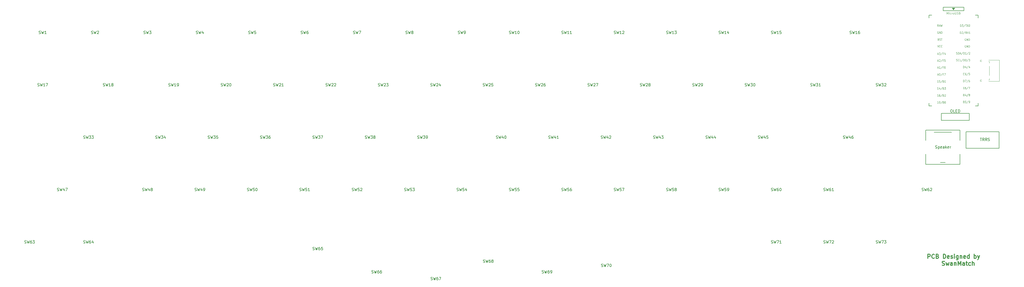
<source format=gto>
G04 #@! TF.GenerationSoftware,KiCad,Pcbnew,5.1.5+dfsg1-2build2*
G04 #@! TF.CreationDate,2020-06-11T03:48:28+09:00*
G04 #@! TF.ProjectId,amatelus73,616d6174-656c-4757-9337-332e6b696361,rev?*
G04 #@! TF.SameCoordinates,Original*
G04 #@! TF.FileFunction,Legend,Top*
G04 #@! TF.FilePolarity,Positive*
%FSLAX46Y46*%
G04 Gerber Fmt 4.6, Leading zero omitted, Abs format (unit mm)*
G04 Created by KiCad (PCBNEW 5.1.5+dfsg1-2build2) date 2020-06-11 03:48:28*
%MOMM*%
%LPD*%
G04 APERTURE LIST*
%ADD10C,0.300000*%
%ADD11C,0.120000*%
%ADD12C,0.150000*%
%ADD13C,0.125000*%
G04 APERTURE END LIST*
D10*
X355168571Y-112433571D02*
X355168571Y-110933571D01*
X355740000Y-110933571D01*
X355882857Y-111005000D01*
X355954285Y-111076428D01*
X356025714Y-111219285D01*
X356025714Y-111433571D01*
X355954285Y-111576428D01*
X355882857Y-111647857D01*
X355740000Y-111719285D01*
X355168571Y-111719285D01*
X357525714Y-112290714D02*
X357454285Y-112362142D01*
X357240000Y-112433571D01*
X357097142Y-112433571D01*
X356882857Y-112362142D01*
X356740000Y-112219285D01*
X356668571Y-112076428D01*
X356597142Y-111790714D01*
X356597142Y-111576428D01*
X356668571Y-111290714D01*
X356740000Y-111147857D01*
X356882857Y-111005000D01*
X357097142Y-110933571D01*
X357240000Y-110933571D01*
X357454285Y-111005000D01*
X357525714Y-111076428D01*
X358668571Y-111647857D02*
X358882857Y-111719285D01*
X358954285Y-111790714D01*
X359025714Y-111933571D01*
X359025714Y-112147857D01*
X358954285Y-112290714D01*
X358882857Y-112362142D01*
X358740000Y-112433571D01*
X358168571Y-112433571D01*
X358168571Y-110933571D01*
X358668571Y-110933571D01*
X358811428Y-111005000D01*
X358882857Y-111076428D01*
X358954285Y-111219285D01*
X358954285Y-111362142D01*
X358882857Y-111505000D01*
X358811428Y-111576428D01*
X358668571Y-111647857D01*
X358168571Y-111647857D01*
X360811428Y-112433571D02*
X360811428Y-110933571D01*
X361168571Y-110933571D01*
X361382857Y-111005000D01*
X361525714Y-111147857D01*
X361597142Y-111290714D01*
X361668571Y-111576428D01*
X361668571Y-111790714D01*
X361597142Y-112076428D01*
X361525714Y-112219285D01*
X361382857Y-112362142D01*
X361168571Y-112433571D01*
X360811428Y-112433571D01*
X362882857Y-112362142D02*
X362740000Y-112433571D01*
X362454285Y-112433571D01*
X362311428Y-112362142D01*
X362240000Y-112219285D01*
X362240000Y-111647857D01*
X362311428Y-111505000D01*
X362454285Y-111433571D01*
X362740000Y-111433571D01*
X362882857Y-111505000D01*
X362954285Y-111647857D01*
X362954285Y-111790714D01*
X362240000Y-111933571D01*
X363525714Y-112362142D02*
X363668571Y-112433571D01*
X363954285Y-112433571D01*
X364097142Y-112362142D01*
X364168571Y-112219285D01*
X364168571Y-112147857D01*
X364097142Y-112005000D01*
X363954285Y-111933571D01*
X363740000Y-111933571D01*
X363597142Y-111862142D01*
X363525714Y-111719285D01*
X363525714Y-111647857D01*
X363597142Y-111505000D01*
X363740000Y-111433571D01*
X363954285Y-111433571D01*
X364097142Y-111505000D01*
X364811428Y-112433571D02*
X364811428Y-111433571D01*
X364811428Y-110933571D02*
X364740000Y-111005000D01*
X364811428Y-111076428D01*
X364882857Y-111005000D01*
X364811428Y-110933571D01*
X364811428Y-111076428D01*
X366168571Y-111433571D02*
X366168571Y-112647857D01*
X366097142Y-112790714D01*
X366025714Y-112862142D01*
X365882857Y-112933571D01*
X365668571Y-112933571D01*
X365525714Y-112862142D01*
X366168571Y-112362142D02*
X366025714Y-112433571D01*
X365740000Y-112433571D01*
X365597142Y-112362142D01*
X365525714Y-112290714D01*
X365454285Y-112147857D01*
X365454285Y-111719285D01*
X365525714Y-111576428D01*
X365597142Y-111505000D01*
X365740000Y-111433571D01*
X366025714Y-111433571D01*
X366168571Y-111505000D01*
X366882857Y-111433571D02*
X366882857Y-112433571D01*
X366882857Y-111576428D02*
X366954285Y-111505000D01*
X367097142Y-111433571D01*
X367311428Y-111433571D01*
X367454285Y-111505000D01*
X367525714Y-111647857D01*
X367525714Y-112433571D01*
X368811428Y-112362142D02*
X368668571Y-112433571D01*
X368382857Y-112433571D01*
X368240000Y-112362142D01*
X368168571Y-112219285D01*
X368168571Y-111647857D01*
X368240000Y-111505000D01*
X368382857Y-111433571D01*
X368668571Y-111433571D01*
X368811428Y-111505000D01*
X368882857Y-111647857D01*
X368882857Y-111790714D01*
X368168571Y-111933571D01*
X370168571Y-112433571D02*
X370168571Y-110933571D01*
X370168571Y-112362142D02*
X370025714Y-112433571D01*
X369740000Y-112433571D01*
X369597142Y-112362142D01*
X369525714Y-112290714D01*
X369454285Y-112147857D01*
X369454285Y-111719285D01*
X369525714Y-111576428D01*
X369597142Y-111505000D01*
X369740000Y-111433571D01*
X370025714Y-111433571D01*
X370168571Y-111505000D01*
X372025714Y-112433571D02*
X372025714Y-110933571D01*
X372025714Y-111505000D02*
X372168571Y-111433571D01*
X372454285Y-111433571D01*
X372597142Y-111505000D01*
X372668571Y-111576428D01*
X372740000Y-111719285D01*
X372740000Y-112147857D01*
X372668571Y-112290714D01*
X372597142Y-112362142D01*
X372454285Y-112433571D01*
X372168571Y-112433571D01*
X372025714Y-112362142D01*
X373240000Y-111433571D02*
X373597142Y-112433571D01*
X373954285Y-111433571D02*
X373597142Y-112433571D01*
X373454285Y-112790714D01*
X373382857Y-112862142D01*
X373240000Y-112933571D01*
X360347142Y-114912142D02*
X360561428Y-114983571D01*
X360918571Y-114983571D01*
X361061428Y-114912142D01*
X361132857Y-114840714D01*
X361204285Y-114697857D01*
X361204285Y-114555000D01*
X361132857Y-114412142D01*
X361061428Y-114340714D01*
X360918571Y-114269285D01*
X360632857Y-114197857D01*
X360490000Y-114126428D01*
X360418571Y-114055000D01*
X360347142Y-113912142D01*
X360347142Y-113769285D01*
X360418571Y-113626428D01*
X360490000Y-113555000D01*
X360632857Y-113483571D01*
X360990000Y-113483571D01*
X361204285Y-113555000D01*
X361704285Y-113983571D02*
X361990000Y-114983571D01*
X362275714Y-114269285D01*
X362561428Y-114983571D01*
X362847142Y-113983571D01*
X364061428Y-114983571D02*
X364061428Y-114197857D01*
X363990000Y-114055000D01*
X363847142Y-113983571D01*
X363561428Y-113983571D01*
X363418571Y-114055000D01*
X364061428Y-114912142D02*
X363918571Y-114983571D01*
X363561428Y-114983571D01*
X363418571Y-114912142D01*
X363347142Y-114769285D01*
X363347142Y-114626428D01*
X363418571Y-114483571D01*
X363561428Y-114412142D01*
X363918571Y-114412142D01*
X364061428Y-114340714D01*
X364775714Y-113983571D02*
X364775714Y-114983571D01*
X364775714Y-114126428D02*
X364847142Y-114055000D01*
X364990000Y-113983571D01*
X365204285Y-113983571D01*
X365347142Y-114055000D01*
X365418571Y-114197857D01*
X365418571Y-114983571D01*
X366132857Y-114983571D02*
X366132857Y-113483571D01*
X366632857Y-114555000D01*
X367132857Y-113483571D01*
X367132857Y-114983571D01*
X368490000Y-114983571D02*
X368490000Y-114197857D01*
X368418571Y-114055000D01*
X368275714Y-113983571D01*
X367990000Y-113983571D01*
X367847142Y-114055000D01*
X368490000Y-114912142D02*
X368347142Y-114983571D01*
X367990000Y-114983571D01*
X367847142Y-114912142D01*
X367775714Y-114769285D01*
X367775714Y-114626428D01*
X367847142Y-114483571D01*
X367990000Y-114412142D01*
X368347142Y-114412142D01*
X368490000Y-114340714D01*
X368990000Y-113983571D02*
X369561428Y-113983571D01*
X369204285Y-113483571D02*
X369204285Y-114769285D01*
X369275714Y-114912142D01*
X369418571Y-114983571D01*
X369561428Y-114983571D01*
X370704285Y-114912142D02*
X370561428Y-114983571D01*
X370275714Y-114983571D01*
X370132857Y-114912142D01*
X370061428Y-114840714D01*
X369990000Y-114697857D01*
X369990000Y-114269285D01*
X370061428Y-114126428D01*
X370132857Y-114055000D01*
X370275714Y-113983571D01*
X370561428Y-113983571D01*
X370704285Y-114055000D01*
X371347142Y-114983571D02*
X371347142Y-113483571D01*
X371990000Y-114983571D02*
X371990000Y-114197857D01*
X371918571Y-114055000D01*
X371775714Y-113983571D01*
X371561428Y-113983571D01*
X371418571Y-114055000D01*
X371347142Y-114126428D01*
D11*
X377490000Y-42460000D02*
X377490000Y-45860000D01*
X377490000Y-40820000D02*
X377490000Y-41360000D01*
X374660000Y-48020000D02*
X374150000Y-48020000D01*
X374150000Y-47500000D02*
X374150000Y-48020000D01*
X374660000Y-47500000D02*
X374150000Y-47500000D01*
X377490000Y-46960000D02*
X377490000Y-47500000D01*
X374660000Y-40300000D02*
X374150000Y-40300000D01*
X374660000Y-40820000D02*
X374150000Y-40820000D01*
X377490000Y-47500000D02*
X377260000Y-47500000D01*
X381160000Y-40300000D02*
X377260000Y-40300000D01*
X374150000Y-40300000D02*
X374150000Y-40820000D01*
X381160000Y-48020000D02*
X377260000Y-48020000D01*
X381160000Y-40300000D02*
X381160000Y-48020000D01*
X377490000Y-40820000D02*
X377260000Y-40820000D01*
D12*
X381063500Y-66405500D02*
X381063500Y-72405500D01*
X381063500Y-72405500D02*
X369063500Y-72405500D01*
X369063500Y-72405500D02*
X369063500Y-66405500D01*
X369063500Y-66405500D02*
X381063500Y-66405500D01*
X360045000Y-62230000D02*
X360045000Y-59690000D01*
X370205000Y-59690000D02*
X370205000Y-62230000D01*
X360045000Y-59690000D02*
X370205000Y-59690000D01*
X360045000Y-62230000D02*
X370205000Y-62230000D01*
X354416500Y-78209000D02*
X366816500Y-78209000D01*
X366816500Y-65809000D02*
X354416500Y-65809000D01*
X366816500Y-78209000D02*
X366816500Y-74509000D01*
X354416500Y-78209000D02*
X354416500Y-74509000D01*
X366816500Y-65809000D02*
X366816500Y-69509000D01*
X354416500Y-65809000D02*
X354416500Y-69509000D01*
X361516500Y-77509000D02*
X359716500Y-77509000D01*
X363816500Y-66509000D02*
X357416500Y-66509000D01*
X373390000Y-56977500D02*
X372380000Y-56977500D01*
X355590000Y-56977500D02*
X356590000Y-56977500D01*
X373390000Y-55977500D02*
X373390000Y-56977500D01*
X355590000Y-55927500D02*
X355590000Y-56977500D01*
X373390000Y-23927500D02*
X372440000Y-23927500D01*
X355590000Y-23927500D02*
X356590000Y-23927500D01*
X373390000Y-23927500D02*
X373390000Y-24927500D01*
X355590000Y-23927500D02*
X355590000Y-24927500D01*
X360740000Y-21027500D02*
X360740000Y-22327500D01*
X360740000Y-22327500D02*
X368240000Y-22327500D01*
X368240000Y-22327500D02*
X368240000Y-21027500D01*
X368240000Y-21027500D02*
X360740000Y-21027500D01*
X363990000Y-21377500D02*
X364990000Y-21377500D01*
X364990000Y-21377500D02*
X364490000Y-22027500D01*
X364490000Y-22027500D02*
X363990000Y-21377500D01*
X364140000Y-21527500D02*
X364840000Y-21527500D01*
X364240000Y-21677500D02*
X364740000Y-21677500D01*
X364340000Y-21827500D02*
X364640000Y-21827500D01*
X324421476Y-68794261D02*
X324564333Y-68841880D01*
X324802428Y-68841880D01*
X324897666Y-68794261D01*
X324945285Y-68746642D01*
X324992904Y-68651404D01*
X324992904Y-68556166D01*
X324945285Y-68460928D01*
X324897666Y-68413309D01*
X324802428Y-68365690D01*
X324611952Y-68318071D01*
X324516714Y-68270452D01*
X324469095Y-68222833D01*
X324421476Y-68127595D01*
X324421476Y-68032357D01*
X324469095Y-67937119D01*
X324516714Y-67889500D01*
X324611952Y-67841880D01*
X324850047Y-67841880D01*
X324992904Y-67889500D01*
X325326238Y-67841880D02*
X325564333Y-68841880D01*
X325754809Y-68127595D01*
X325945285Y-68841880D01*
X326183380Y-67841880D01*
X326992904Y-68175214D02*
X326992904Y-68841880D01*
X326754809Y-67794261D02*
X326516714Y-68508547D01*
X327135761Y-68508547D01*
X327945285Y-67841880D02*
X327754809Y-67841880D01*
X327659571Y-67889500D01*
X327611952Y-67937119D01*
X327516714Y-68079976D01*
X327469095Y-68270452D01*
X327469095Y-68651404D01*
X327516714Y-68746642D01*
X327564333Y-68794261D01*
X327659571Y-68841880D01*
X327850047Y-68841880D01*
X327945285Y-68794261D01*
X327992904Y-68746642D01*
X328040523Y-68651404D01*
X328040523Y-68413309D01*
X327992904Y-68318071D01*
X327945285Y-68270452D01*
X327850047Y-68222833D01*
X327659571Y-68222833D01*
X327564333Y-68270452D01*
X327516714Y-68318071D01*
X327469095Y-68413309D01*
X336328476Y-49744261D02*
X336471333Y-49791880D01*
X336709428Y-49791880D01*
X336804666Y-49744261D01*
X336852285Y-49696642D01*
X336899904Y-49601404D01*
X336899904Y-49506166D01*
X336852285Y-49410928D01*
X336804666Y-49363309D01*
X336709428Y-49315690D01*
X336518952Y-49268071D01*
X336423714Y-49220452D01*
X336376095Y-49172833D01*
X336328476Y-49077595D01*
X336328476Y-48982357D01*
X336376095Y-48887119D01*
X336423714Y-48839500D01*
X336518952Y-48791880D01*
X336757047Y-48791880D01*
X336899904Y-48839500D01*
X337233238Y-48791880D02*
X337471333Y-49791880D01*
X337661809Y-49077595D01*
X337852285Y-49791880D01*
X338090380Y-48791880D01*
X338376095Y-48791880D02*
X338995142Y-48791880D01*
X338661809Y-49172833D01*
X338804666Y-49172833D01*
X338899904Y-49220452D01*
X338947523Y-49268071D01*
X338995142Y-49363309D01*
X338995142Y-49601404D01*
X338947523Y-49696642D01*
X338899904Y-49744261D01*
X338804666Y-49791880D01*
X338518952Y-49791880D01*
X338423714Y-49744261D01*
X338376095Y-49696642D01*
X339376095Y-48887119D02*
X339423714Y-48839500D01*
X339518952Y-48791880D01*
X339757047Y-48791880D01*
X339852285Y-48839500D01*
X339899904Y-48887119D01*
X339947523Y-48982357D01*
X339947523Y-49077595D01*
X339899904Y-49220452D01*
X339328476Y-49791880D01*
X339947523Y-49791880D01*
X374158095Y-68667380D02*
X374729523Y-68667380D01*
X374443809Y-69667380D02*
X374443809Y-68667380D01*
X375634285Y-69667380D02*
X375300952Y-69191190D01*
X375062857Y-69667380D02*
X375062857Y-68667380D01*
X375443809Y-68667380D01*
X375539047Y-68715000D01*
X375586666Y-68762619D01*
X375634285Y-68857857D01*
X375634285Y-69000714D01*
X375586666Y-69095952D01*
X375539047Y-69143571D01*
X375443809Y-69191190D01*
X375062857Y-69191190D01*
X376634285Y-69667380D02*
X376300952Y-69191190D01*
X376062857Y-69667380D02*
X376062857Y-68667380D01*
X376443809Y-68667380D01*
X376539047Y-68715000D01*
X376586666Y-68762619D01*
X376634285Y-68857857D01*
X376634285Y-69000714D01*
X376586666Y-69095952D01*
X376539047Y-69143571D01*
X376443809Y-69191190D01*
X376062857Y-69191190D01*
X377015238Y-69619761D02*
X377158095Y-69667380D01*
X377396190Y-69667380D01*
X377491428Y-69619761D01*
X377539047Y-69572142D01*
X377586666Y-69476904D01*
X377586666Y-69381666D01*
X377539047Y-69286428D01*
X377491428Y-69238809D01*
X377396190Y-69191190D01*
X377205714Y-69143571D01*
X377110476Y-69095952D01*
X377062857Y-69048333D01*
X377015238Y-68953095D01*
X377015238Y-68857857D01*
X377062857Y-68762619D01*
X377110476Y-68715000D01*
X377205714Y-68667380D01*
X377443809Y-68667380D01*
X377586666Y-68715000D01*
X202978476Y-30694261D02*
X203121333Y-30741880D01*
X203359428Y-30741880D01*
X203454666Y-30694261D01*
X203502285Y-30646642D01*
X203549904Y-30551404D01*
X203549904Y-30456166D01*
X203502285Y-30360928D01*
X203454666Y-30313309D01*
X203359428Y-30265690D01*
X203168952Y-30218071D01*
X203073714Y-30170452D01*
X203026095Y-30122833D01*
X202978476Y-30027595D01*
X202978476Y-29932357D01*
X203026095Y-29837119D01*
X203073714Y-29789500D01*
X203168952Y-29741880D01*
X203407047Y-29741880D01*
X203549904Y-29789500D01*
X203883238Y-29741880D02*
X204121333Y-30741880D01*
X204311809Y-30027595D01*
X204502285Y-30741880D01*
X204740380Y-29741880D01*
X205645142Y-30741880D02*
X205073714Y-30741880D01*
X205359428Y-30741880D02*
X205359428Y-29741880D01*
X205264190Y-29884738D01*
X205168952Y-29979976D01*
X205073714Y-30027595D01*
X206264190Y-29741880D02*
X206359428Y-29741880D01*
X206454666Y-29789500D01*
X206502285Y-29837119D01*
X206549904Y-29932357D01*
X206597523Y-30122833D01*
X206597523Y-30360928D01*
X206549904Y-30551404D01*
X206502285Y-30646642D01*
X206454666Y-30694261D01*
X206359428Y-30741880D01*
X206264190Y-30741880D01*
X206168952Y-30694261D01*
X206121333Y-30646642D01*
X206073714Y-30551404D01*
X206026095Y-30360928D01*
X206026095Y-30122833D01*
X206073714Y-29932357D01*
X206121333Y-29837119D01*
X206168952Y-29789500D01*
X206264190Y-29741880D01*
X145828476Y-87844261D02*
X145971333Y-87891880D01*
X146209428Y-87891880D01*
X146304666Y-87844261D01*
X146352285Y-87796642D01*
X146399904Y-87701404D01*
X146399904Y-87606166D01*
X146352285Y-87510928D01*
X146304666Y-87463309D01*
X146209428Y-87415690D01*
X146018952Y-87368071D01*
X145923714Y-87320452D01*
X145876095Y-87272833D01*
X145828476Y-87177595D01*
X145828476Y-87082357D01*
X145876095Y-86987119D01*
X145923714Y-86939500D01*
X146018952Y-86891880D01*
X146257047Y-86891880D01*
X146399904Y-86939500D01*
X146733238Y-86891880D02*
X146971333Y-87891880D01*
X147161809Y-87177595D01*
X147352285Y-87891880D01*
X147590380Y-86891880D01*
X148447523Y-86891880D02*
X147971333Y-86891880D01*
X147923714Y-87368071D01*
X147971333Y-87320452D01*
X148066571Y-87272833D01*
X148304666Y-87272833D01*
X148399904Y-87320452D01*
X148447523Y-87368071D01*
X148495142Y-87463309D01*
X148495142Y-87701404D01*
X148447523Y-87796642D01*
X148399904Y-87844261D01*
X148304666Y-87891880D01*
X148066571Y-87891880D01*
X147971333Y-87844261D01*
X147923714Y-87796642D01*
X148876095Y-86987119D02*
X148923714Y-86939500D01*
X149018952Y-86891880D01*
X149257047Y-86891880D01*
X149352285Y-86939500D01*
X149399904Y-86987119D01*
X149447523Y-87082357D01*
X149447523Y-87177595D01*
X149399904Y-87320452D01*
X148828476Y-87891880D01*
X149447523Y-87891880D01*
X48196676Y-106894761D02*
X48339533Y-106942380D01*
X48577628Y-106942380D01*
X48672866Y-106894761D01*
X48720485Y-106847142D01*
X48768104Y-106751904D01*
X48768104Y-106656666D01*
X48720485Y-106561428D01*
X48672866Y-106513809D01*
X48577628Y-106466190D01*
X48387152Y-106418571D01*
X48291914Y-106370952D01*
X48244295Y-106323333D01*
X48196676Y-106228095D01*
X48196676Y-106132857D01*
X48244295Y-106037619D01*
X48291914Y-105990000D01*
X48387152Y-105942380D01*
X48625247Y-105942380D01*
X48768104Y-105990000D01*
X49101438Y-105942380D02*
X49339533Y-106942380D01*
X49530009Y-106228095D01*
X49720485Y-106942380D01*
X49958580Y-105942380D01*
X50768104Y-105942380D02*
X50577628Y-105942380D01*
X50482390Y-105990000D01*
X50434771Y-106037619D01*
X50339533Y-106180476D01*
X50291914Y-106370952D01*
X50291914Y-106751904D01*
X50339533Y-106847142D01*
X50387152Y-106894761D01*
X50482390Y-106942380D01*
X50672866Y-106942380D01*
X50768104Y-106894761D01*
X50815723Y-106847142D01*
X50863342Y-106751904D01*
X50863342Y-106513809D01*
X50815723Y-106418571D01*
X50768104Y-106370952D01*
X50672866Y-106323333D01*
X50482390Y-106323333D01*
X50387152Y-106370952D01*
X50339533Y-106418571D01*
X50291914Y-106513809D01*
X51720485Y-106275714D02*
X51720485Y-106942380D01*
X51482390Y-105894761D02*
X51244295Y-106609047D01*
X51863342Y-106609047D01*
X236442476Y-115403511D02*
X236585333Y-115451130D01*
X236823428Y-115451130D01*
X236918666Y-115403511D01*
X236966285Y-115355892D01*
X237013904Y-115260654D01*
X237013904Y-115165416D01*
X236966285Y-115070178D01*
X236918666Y-115022559D01*
X236823428Y-114974940D01*
X236632952Y-114927321D01*
X236537714Y-114879702D01*
X236490095Y-114832083D01*
X236442476Y-114736845D01*
X236442476Y-114641607D01*
X236490095Y-114546369D01*
X236537714Y-114498750D01*
X236632952Y-114451130D01*
X236871047Y-114451130D01*
X237013904Y-114498750D01*
X237347238Y-114451130D02*
X237585333Y-115451130D01*
X237775809Y-114736845D01*
X237966285Y-115451130D01*
X238204380Y-114451130D01*
X238490095Y-114451130D02*
X239156761Y-114451130D01*
X238728190Y-115451130D01*
X239728190Y-114451130D02*
X239823428Y-114451130D01*
X239918666Y-114498750D01*
X239966285Y-114546369D01*
X240013904Y-114641607D01*
X240061523Y-114832083D01*
X240061523Y-115070178D01*
X240013904Y-115260654D01*
X239966285Y-115355892D01*
X239918666Y-115403511D01*
X239823428Y-115451130D01*
X239728190Y-115451130D01*
X239632952Y-115403511D01*
X239585333Y-115355892D01*
X239537714Y-115260654D01*
X239490095Y-115070178D01*
X239490095Y-114832083D01*
X239537714Y-114641607D01*
X239585333Y-114546369D01*
X239632952Y-114498750D01*
X239728190Y-114451130D01*
X70104166Y-30694261D02*
X70247023Y-30741880D01*
X70485119Y-30741880D01*
X70580357Y-30694261D01*
X70627976Y-30646642D01*
X70675595Y-30551404D01*
X70675595Y-30456166D01*
X70627976Y-30360928D01*
X70580357Y-30313309D01*
X70485119Y-30265690D01*
X70294642Y-30218071D01*
X70199404Y-30170452D01*
X70151785Y-30122833D01*
X70104166Y-30027595D01*
X70104166Y-29932357D01*
X70151785Y-29837119D01*
X70199404Y-29789500D01*
X70294642Y-29741880D01*
X70532738Y-29741880D01*
X70675595Y-29789500D01*
X71008928Y-29741880D02*
X71247023Y-30741880D01*
X71437500Y-30027595D01*
X71627976Y-30741880D01*
X71866071Y-29741880D01*
X72151785Y-29741880D02*
X72770833Y-29741880D01*
X72437500Y-30122833D01*
X72580357Y-30122833D01*
X72675595Y-30170452D01*
X72723214Y-30218071D01*
X72770833Y-30313309D01*
X72770833Y-30551404D01*
X72723214Y-30646642D01*
X72675595Y-30694261D01*
X72580357Y-30741880D01*
X72294642Y-30741880D01*
X72199404Y-30694261D01*
X72151785Y-30646642D01*
X214884476Y-117752761D02*
X215027333Y-117800380D01*
X215265428Y-117800380D01*
X215360666Y-117752761D01*
X215408285Y-117705142D01*
X215455904Y-117609904D01*
X215455904Y-117514666D01*
X215408285Y-117419428D01*
X215360666Y-117371809D01*
X215265428Y-117324190D01*
X215074952Y-117276571D01*
X214979714Y-117228952D01*
X214932095Y-117181333D01*
X214884476Y-117086095D01*
X214884476Y-116990857D01*
X214932095Y-116895619D01*
X214979714Y-116848000D01*
X215074952Y-116800380D01*
X215313047Y-116800380D01*
X215455904Y-116848000D01*
X215789238Y-116800380D02*
X216027333Y-117800380D01*
X216217809Y-117086095D01*
X216408285Y-117800380D01*
X216646380Y-116800380D01*
X217455904Y-116800380D02*
X217265428Y-116800380D01*
X217170190Y-116848000D01*
X217122571Y-116895619D01*
X217027333Y-117038476D01*
X216979714Y-117228952D01*
X216979714Y-117609904D01*
X217027333Y-117705142D01*
X217074952Y-117752761D01*
X217170190Y-117800380D01*
X217360666Y-117800380D01*
X217455904Y-117752761D01*
X217503523Y-117705142D01*
X217551142Y-117609904D01*
X217551142Y-117371809D01*
X217503523Y-117276571D01*
X217455904Y-117228952D01*
X217360666Y-117181333D01*
X217170190Y-117181333D01*
X217074952Y-117228952D01*
X217027333Y-117276571D01*
X216979714Y-117371809D01*
X218027333Y-117800380D02*
X218217809Y-117800380D01*
X218313047Y-117752761D01*
X218360666Y-117705142D01*
X218455904Y-117562285D01*
X218503523Y-117371809D01*
X218503523Y-116990857D01*
X218455904Y-116895619D01*
X218408285Y-116848000D01*
X218313047Y-116800380D01*
X218122571Y-116800380D01*
X218027333Y-116848000D01*
X217979714Y-116895619D01*
X217932095Y-116990857D01*
X217932095Y-117228952D01*
X217979714Y-117324190D01*
X218027333Y-117371809D01*
X218122571Y-117419428D01*
X218313047Y-117419428D01*
X218408285Y-117371809D01*
X218455904Y-117324190D01*
X218503523Y-117228952D01*
X326802476Y-30694261D02*
X326945333Y-30741880D01*
X327183428Y-30741880D01*
X327278666Y-30694261D01*
X327326285Y-30646642D01*
X327373904Y-30551404D01*
X327373904Y-30456166D01*
X327326285Y-30360928D01*
X327278666Y-30313309D01*
X327183428Y-30265690D01*
X326992952Y-30218071D01*
X326897714Y-30170452D01*
X326850095Y-30122833D01*
X326802476Y-30027595D01*
X326802476Y-29932357D01*
X326850095Y-29837119D01*
X326897714Y-29789500D01*
X326992952Y-29741880D01*
X327231047Y-29741880D01*
X327373904Y-29789500D01*
X327707238Y-29741880D02*
X327945333Y-30741880D01*
X328135809Y-30027595D01*
X328326285Y-30741880D01*
X328564380Y-29741880D01*
X329469142Y-30741880D02*
X328897714Y-30741880D01*
X329183428Y-30741880D02*
X329183428Y-29741880D01*
X329088190Y-29884738D01*
X328992952Y-29979976D01*
X328897714Y-30027595D01*
X330326285Y-29741880D02*
X330135809Y-29741880D01*
X330040571Y-29789500D01*
X329992952Y-29837119D01*
X329897714Y-29979976D01*
X329850095Y-30170452D01*
X329850095Y-30551404D01*
X329897714Y-30646642D01*
X329945333Y-30694261D01*
X330040571Y-30741880D01*
X330231047Y-30741880D01*
X330326285Y-30694261D01*
X330373904Y-30646642D01*
X330421523Y-30551404D01*
X330421523Y-30313309D01*
X330373904Y-30218071D01*
X330326285Y-30170452D01*
X330231047Y-30122833D01*
X330040571Y-30122833D01*
X329945333Y-30170452D01*
X329897714Y-30218071D01*
X329850095Y-30313309D01*
X352996476Y-87844261D02*
X353139333Y-87891880D01*
X353377428Y-87891880D01*
X353472666Y-87844261D01*
X353520285Y-87796642D01*
X353567904Y-87701404D01*
X353567904Y-87606166D01*
X353520285Y-87510928D01*
X353472666Y-87463309D01*
X353377428Y-87415690D01*
X353186952Y-87368071D01*
X353091714Y-87320452D01*
X353044095Y-87272833D01*
X352996476Y-87177595D01*
X352996476Y-87082357D01*
X353044095Y-86987119D01*
X353091714Y-86939500D01*
X353186952Y-86891880D01*
X353425047Y-86891880D01*
X353567904Y-86939500D01*
X353901238Y-86891880D02*
X354139333Y-87891880D01*
X354329809Y-87177595D01*
X354520285Y-87891880D01*
X354758380Y-86891880D01*
X355567904Y-86891880D02*
X355377428Y-86891880D01*
X355282190Y-86939500D01*
X355234571Y-86987119D01*
X355139333Y-87129976D01*
X355091714Y-87320452D01*
X355091714Y-87701404D01*
X355139333Y-87796642D01*
X355186952Y-87844261D01*
X355282190Y-87891880D01*
X355472666Y-87891880D01*
X355567904Y-87844261D01*
X355615523Y-87796642D01*
X355663142Y-87701404D01*
X355663142Y-87463309D01*
X355615523Y-87368071D01*
X355567904Y-87320452D01*
X355472666Y-87272833D01*
X355282190Y-87272833D01*
X355186952Y-87320452D01*
X355139333Y-87368071D01*
X355091714Y-87463309D01*
X356044095Y-86987119D02*
X356091714Y-86939500D01*
X356186952Y-86891880D01*
X356425047Y-86891880D01*
X356520285Y-86939500D01*
X356567904Y-86987119D01*
X356615523Y-87082357D01*
X356615523Y-87177595D01*
X356567904Y-87320452D01*
X355996476Y-87891880D01*
X356615523Y-87891880D01*
X48196676Y-68794261D02*
X48339533Y-68841880D01*
X48577628Y-68841880D01*
X48672866Y-68794261D01*
X48720485Y-68746642D01*
X48768104Y-68651404D01*
X48768104Y-68556166D01*
X48720485Y-68460928D01*
X48672866Y-68413309D01*
X48577628Y-68365690D01*
X48387152Y-68318071D01*
X48291914Y-68270452D01*
X48244295Y-68222833D01*
X48196676Y-68127595D01*
X48196676Y-68032357D01*
X48244295Y-67937119D01*
X48291914Y-67889500D01*
X48387152Y-67841880D01*
X48625247Y-67841880D01*
X48768104Y-67889500D01*
X49101438Y-67841880D02*
X49339533Y-68841880D01*
X49530009Y-68127595D01*
X49720485Y-68841880D01*
X49958580Y-67841880D01*
X50244295Y-67841880D02*
X50863342Y-67841880D01*
X50530009Y-68222833D01*
X50672866Y-68222833D01*
X50768104Y-68270452D01*
X50815723Y-68318071D01*
X50863342Y-68413309D01*
X50863342Y-68651404D01*
X50815723Y-68746642D01*
X50768104Y-68794261D01*
X50672866Y-68841880D01*
X50387152Y-68841880D01*
X50291914Y-68794261D01*
X50244295Y-68746642D01*
X51196676Y-67841880D02*
X51815723Y-67841880D01*
X51482390Y-68222833D01*
X51625247Y-68222833D01*
X51720485Y-68270452D01*
X51768104Y-68318071D01*
X51815723Y-68413309D01*
X51815723Y-68651404D01*
X51768104Y-68746642D01*
X51720485Y-68794261D01*
X51625247Y-68841880D01*
X51339533Y-68841880D01*
X51244295Y-68794261D01*
X51196676Y-68746642D01*
X38671676Y-87844261D02*
X38814533Y-87891880D01*
X39052628Y-87891880D01*
X39147866Y-87844261D01*
X39195485Y-87796642D01*
X39243104Y-87701404D01*
X39243104Y-87606166D01*
X39195485Y-87510928D01*
X39147866Y-87463309D01*
X39052628Y-87415690D01*
X38862152Y-87368071D01*
X38766914Y-87320452D01*
X38719295Y-87272833D01*
X38671676Y-87177595D01*
X38671676Y-87082357D01*
X38719295Y-86987119D01*
X38766914Y-86939500D01*
X38862152Y-86891880D01*
X39100247Y-86891880D01*
X39243104Y-86939500D01*
X39576438Y-86891880D02*
X39814533Y-87891880D01*
X40005009Y-87177595D01*
X40195485Y-87891880D01*
X40433580Y-86891880D01*
X41243104Y-87225214D02*
X41243104Y-87891880D01*
X41005009Y-86844261D02*
X40766914Y-87558547D01*
X41385961Y-87558547D01*
X41671676Y-86891880D02*
X42338342Y-86891880D01*
X41909771Y-87891880D01*
X131540476Y-109307511D02*
X131683333Y-109355130D01*
X131921428Y-109355130D01*
X132016666Y-109307511D01*
X132064285Y-109259892D01*
X132111904Y-109164654D01*
X132111904Y-109069416D01*
X132064285Y-108974178D01*
X132016666Y-108926559D01*
X131921428Y-108878940D01*
X131730952Y-108831321D01*
X131635714Y-108783702D01*
X131588095Y-108736083D01*
X131540476Y-108640845D01*
X131540476Y-108545607D01*
X131588095Y-108450369D01*
X131635714Y-108402750D01*
X131730952Y-108355130D01*
X131969047Y-108355130D01*
X132111904Y-108402750D01*
X132445238Y-108355130D02*
X132683333Y-109355130D01*
X132873809Y-108640845D01*
X133064285Y-109355130D01*
X133302380Y-108355130D01*
X134111904Y-108355130D02*
X133921428Y-108355130D01*
X133826190Y-108402750D01*
X133778571Y-108450369D01*
X133683333Y-108593226D01*
X133635714Y-108783702D01*
X133635714Y-109164654D01*
X133683333Y-109259892D01*
X133730952Y-109307511D01*
X133826190Y-109355130D01*
X134016666Y-109355130D01*
X134111904Y-109307511D01*
X134159523Y-109259892D01*
X134207142Y-109164654D01*
X134207142Y-108926559D01*
X134159523Y-108831321D01*
X134111904Y-108783702D01*
X134016666Y-108736083D01*
X133826190Y-108736083D01*
X133730952Y-108783702D01*
X133683333Y-108831321D01*
X133635714Y-108926559D01*
X135111904Y-108355130D02*
X134635714Y-108355130D01*
X134588095Y-108831321D01*
X134635714Y-108783702D01*
X134730952Y-108736083D01*
X134969047Y-108736083D01*
X135064285Y-108783702D01*
X135111904Y-108831321D01*
X135159523Y-108926559D01*
X135159523Y-109164654D01*
X135111904Y-109259892D01*
X135064285Y-109307511D01*
X134969047Y-109355130D01*
X134730952Y-109355130D01*
X134635714Y-109307511D01*
X134588095Y-109259892D01*
X152971476Y-117752761D02*
X153114333Y-117800380D01*
X153352428Y-117800380D01*
X153447666Y-117752761D01*
X153495285Y-117705142D01*
X153542904Y-117609904D01*
X153542904Y-117514666D01*
X153495285Y-117419428D01*
X153447666Y-117371809D01*
X153352428Y-117324190D01*
X153161952Y-117276571D01*
X153066714Y-117228952D01*
X153019095Y-117181333D01*
X152971476Y-117086095D01*
X152971476Y-116990857D01*
X153019095Y-116895619D01*
X153066714Y-116848000D01*
X153161952Y-116800380D01*
X153400047Y-116800380D01*
X153542904Y-116848000D01*
X153876238Y-116800380D02*
X154114333Y-117800380D01*
X154304809Y-117086095D01*
X154495285Y-117800380D01*
X154733380Y-116800380D01*
X155542904Y-116800380D02*
X155352428Y-116800380D01*
X155257190Y-116848000D01*
X155209571Y-116895619D01*
X155114333Y-117038476D01*
X155066714Y-117228952D01*
X155066714Y-117609904D01*
X155114333Y-117705142D01*
X155161952Y-117752761D01*
X155257190Y-117800380D01*
X155447666Y-117800380D01*
X155542904Y-117752761D01*
X155590523Y-117705142D01*
X155638142Y-117609904D01*
X155638142Y-117371809D01*
X155590523Y-117276571D01*
X155542904Y-117228952D01*
X155447666Y-117181333D01*
X155257190Y-117181333D01*
X155161952Y-117228952D01*
X155114333Y-117276571D01*
X155066714Y-117371809D01*
X156495285Y-116800380D02*
X156304809Y-116800380D01*
X156209571Y-116848000D01*
X156161952Y-116895619D01*
X156066714Y-117038476D01*
X156019095Y-117228952D01*
X156019095Y-117609904D01*
X156066714Y-117705142D01*
X156114333Y-117752761D01*
X156209571Y-117800380D01*
X156400047Y-117800380D01*
X156495285Y-117752761D01*
X156542904Y-117705142D01*
X156590523Y-117609904D01*
X156590523Y-117371809D01*
X156542904Y-117276571D01*
X156495285Y-117228952D01*
X156400047Y-117181333D01*
X156209571Y-117181333D01*
X156114333Y-117228952D01*
X156066714Y-117276571D01*
X156019095Y-117371809D01*
X174465976Y-120229011D02*
X174608833Y-120276630D01*
X174846928Y-120276630D01*
X174942166Y-120229011D01*
X174989785Y-120181392D01*
X175037404Y-120086154D01*
X175037404Y-119990916D01*
X174989785Y-119895678D01*
X174942166Y-119848059D01*
X174846928Y-119800440D01*
X174656452Y-119752821D01*
X174561214Y-119705202D01*
X174513595Y-119657583D01*
X174465976Y-119562345D01*
X174465976Y-119467107D01*
X174513595Y-119371869D01*
X174561214Y-119324250D01*
X174656452Y-119276630D01*
X174894547Y-119276630D01*
X175037404Y-119324250D01*
X175370738Y-119276630D02*
X175608833Y-120276630D01*
X175799309Y-119562345D01*
X175989785Y-120276630D01*
X176227880Y-119276630D01*
X177037404Y-119276630D02*
X176846928Y-119276630D01*
X176751690Y-119324250D01*
X176704071Y-119371869D01*
X176608833Y-119514726D01*
X176561214Y-119705202D01*
X176561214Y-120086154D01*
X176608833Y-120181392D01*
X176656452Y-120229011D01*
X176751690Y-120276630D01*
X176942166Y-120276630D01*
X177037404Y-120229011D01*
X177085023Y-120181392D01*
X177132642Y-120086154D01*
X177132642Y-119848059D01*
X177085023Y-119752821D01*
X177037404Y-119705202D01*
X176942166Y-119657583D01*
X176751690Y-119657583D01*
X176656452Y-119705202D01*
X176608833Y-119752821D01*
X176561214Y-119848059D01*
X177465976Y-119276630D02*
X178132642Y-119276630D01*
X177704071Y-120276630D01*
X193515976Y-113879011D02*
X193658833Y-113926630D01*
X193896928Y-113926630D01*
X193992166Y-113879011D01*
X194039785Y-113831392D01*
X194087404Y-113736154D01*
X194087404Y-113640916D01*
X194039785Y-113545678D01*
X193992166Y-113498059D01*
X193896928Y-113450440D01*
X193706452Y-113402821D01*
X193611214Y-113355202D01*
X193563595Y-113307583D01*
X193515976Y-113212345D01*
X193515976Y-113117107D01*
X193563595Y-113021869D01*
X193611214Y-112974250D01*
X193706452Y-112926630D01*
X193944547Y-112926630D01*
X194087404Y-112974250D01*
X194420738Y-112926630D02*
X194658833Y-113926630D01*
X194849309Y-113212345D01*
X195039785Y-113926630D01*
X195277880Y-112926630D01*
X196087404Y-112926630D02*
X195896928Y-112926630D01*
X195801690Y-112974250D01*
X195754071Y-113021869D01*
X195658833Y-113164726D01*
X195611214Y-113355202D01*
X195611214Y-113736154D01*
X195658833Y-113831392D01*
X195706452Y-113879011D01*
X195801690Y-113926630D01*
X195992166Y-113926630D01*
X196087404Y-113879011D01*
X196135023Y-113831392D01*
X196182642Y-113736154D01*
X196182642Y-113498059D01*
X196135023Y-113402821D01*
X196087404Y-113355202D01*
X195992166Y-113307583D01*
X195801690Y-113307583D01*
X195706452Y-113355202D01*
X195658833Y-113402821D01*
X195611214Y-113498059D01*
X196754071Y-113355202D02*
X196658833Y-113307583D01*
X196611214Y-113259964D01*
X196563595Y-113164726D01*
X196563595Y-113117107D01*
X196611214Y-113021869D01*
X196658833Y-112974250D01*
X196754071Y-112926630D01*
X196944547Y-112926630D01*
X197039785Y-112974250D01*
X197087404Y-113021869D01*
X197135023Y-113117107D01*
X197135023Y-113164726D01*
X197087404Y-113259964D01*
X197039785Y-113307583D01*
X196944547Y-113355202D01*
X196754071Y-113355202D01*
X196658833Y-113402821D01*
X196611214Y-113450440D01*
X196563595Y-113545678D01*
X196563595Y-113736154D01*
X196611214Y-113831392D01*
X196658833Y-113879011D01*
X196754071Y-113926630D01*
X196944547Y-113926630D01*
X197039785Y-113879011D01*
X197087404Y-113831392D01*
X197135023Y-113736154D01*
X197135023Y-113545678D01*
X197087404Y-113450440D01*
X197039785Y-113402821D01*
X196944547Y-113355202D01*
X55340476Y-49744261D02*
X55483333Y-49791880D01*
X55721428Y-49791880D01*
X55816666Y-49744261D01*
X55864285Y-49696642D01*
X55911904Y-49601404D01*
X55911904Y-49506166D01*
X55864285Y-49410928D01*
X55816666Y-49363309D01*
X55721428Y-49315690D01*
X55530952Y-49268071D01*
X55435714Y-49220452D01*
X55388095Y-49172833D01*
X55340476Y-49077595D01*
X55340476Y-48982357D01*
X55388095Y-48887119D01*
X55435714Y-48839500D01*
X55530952Y-48791880D01*
X55769047Y-48791880D01*
X55911904Y-48839500D01*
X56245238Y-48791880D02*
X56483333Y-49791880D01*
X56673809Y-49077595D01*
X56864285Y-49791880D01*
X57102380Y-48791880D01*
X58007142Y-49791880D02*
X57435714Y-49791880D01*
X57721428Y-49791880D02*
X57721428Y-48791880D01*
X57626190Y-48934738D01*
X57530952Y-49029976D01*
X57435714Y-49077595D01*
X58578571Y-49220452D02*
X58483333Y-49172833D01*
X58435714Y-49125214D01*
X58388095Y-49029976D01*
X58388095Y-48982357D01*
X58435714Y-48887119D01*
X58483333Y-48839500D01*
X58578571Y-48791880D01*
X58769047Y-48791880D01*
X58864285Y-48839500D01*
X58911904Y-48887119D01*
X58959523Y-48982357D01*
X58959523Y-49029976D01*
X58911904Y-49125214D01*
X58864285Y-49172833D01*
X58769047Y-49220452D01*
X58578571Y-49220452D01*
X58483333Y-49268071D01*
X58435714Y-49315690D01*
X58388095Y-49410928D01*
X58388095Y-49601404D01*
X58435714Y-49696642D01*
X58483333Y-49744261D01*
X58578571Y-49791880D01*
X58769047Y-49791880D01*
X58864285Y-49744261D01*
X58911904Y-49696642D01*
X58959523Y-49601404D01*
X58959523Y-49410928D01*
X58911904Y-49315690D01*
X58864285Y-49268071D01*
X58769047Y-49220452D01*
X312515476Y-49744261D02*
X312658333Y-49791880D01*
X312896428Y-49791880D01*
X312991666Y-49744261D01*
X313039285Y-49696642D01*
X313086904Y-49601404D01*
X313086904Y-49506166D01*
X313039285Y-49410928D01*
X312991666Y-49363309D01*
X312896428Y-49315690D01*
X312705952Y-49268071D01*
X312610714Y-49220452D01*
X312563095Y-49172833D01*
X312515476Y-49077595D01*
X312515476Y-48982357D01*
X312563095Y-48887119D01*
X312610714Y-48839500D01*
X312705952Y-48791880D01*
X312944047Y-48791880D01*
X313086904Y-48839500D01*
X313420238Y-48791880D02*
X313658333Y-49791880D01*
X313848809Y-49077595D01*
X314039285Y-49791880D01*
X314277380Y-48791880D01*
X314563095Y-48791880D02*
X315182142Y-48791880D01*
X314848809Y-49172833D01*
X314991666Y-49172833D01*
X315086904Y-49220452D01*
X315134523Y-49268071D01*
X315182142Y-49363309D01*
X315182142Y-49601404D01*
X315134523Y-49696642D01*
X315086904Y-49744261D01*
X314991666Y-49791880D01*
X314705952Y-49791880D01*
X314610714Y-49744261D01*
X314563095Y-49696642D01*
X316134523Y-49791880D02*
X315563095Y-49791880D01*
X315848809Y-49791880D02*
X315848809Y-48791880D01*
X315753571Y-48934738D01*
X315658333Y-49029976D01*
X315563095Y-49077595D01*
X32004166Y-30694261D02*
X32147023Y-30741880D01*
X32385119Y-30741880D01*
X32480357Y-30694261D01*
X32527976Y-30646642D01*
X32575595Y-30551404D01*
X32575595Y-30456166D01*
X32527976Y-30360928D01*
X32480357Y-30313309D01*
X32385119Y-30265690D01*
X32194642Y-30218071D01*
X32099404Y-30170452D01*
X32051785Y-30122833D01*
X32004166Y-30027595D01*
X32004166Y-29932357D01*
X32051785Y-29837119D01*
X32099404Y-29789500D01*
X32194642Y-29741880D01*
X32432738Y-29741880D01*
X32575595Y-29789500D01*
X32908928Y-29741880D02*
X33147023Y-30741880D01*
X33337500Y-30027595D01*
X33527976Y-30741880D01*
X33766071Y-29741880D01*
X34670833Y-30741880D02*
X34099404Y-30741880D01*
X34385119Y-30741880D02*
X34385119Y-29741880D01*
X34289880Y-29884738D01*
X34194642Y-29979976D01*
X34099404Y-30027595D01*
X51054166Y-30694261D02*
X51197023Y-30741880D01*
X51435119Y-30741880D01*
X51530357Y-30694261D01*
X51577976Y-30646642D01*
X51625595Y-30551404D01*
X51625595Y-30456166D01*
X51577976Y-30360928D01*
X51530357Y-30313309D01*
X51435119Y-30265690D01*
X51244642Y-30218071D01*
X51149404Y-30170452D01*
X51101785Y-30122833D01*
X51054166Y-30027595D01*
X51054166Y-29932357D01*
X51101785Y-29837119D01*
X51149404Y-29789500D01*
X51244642Y-29741880D01*
X51482738Y-29741880D01*
X51625595Y-29789500D01*
X51958928Y-29741880D02*
X52197023Y-30741880D01*
X52387500Y-30027595D01*
X52577976Y-30741880D01*
X52816071Y-29741880D01*
X53149404Y-29837119D02*
X53197023Y-29789500D01*
X53292261Y-29741880D01*
X53530357Y-29741880D01*
X53625595Y-29789500D01*
X53673214Y-29837119D01*
X53720833Y-29932357D01*
X53720833Y-30027595D01*
X53673214Y-30170452D01*
X53101785Y-30741880D01*
X53720833Y-30741880D01*
X89154166Y-30694261D02*
X89297023Y-30741880D01*
X89535119Y-30741880D01*
X89630357Y-30694261D01*
X89677976Y-30646642D01*
X89725595Y-30551404D01*
X89725595Y-30456166D01*
X89677976Y-30360928D01*
X89630357Y-30313309D01*
X89535119Y-30265690D01*
X89344642Y-30218071D01*
X89249404Y-30170452D01*
X89201785Y-30122833D01*
X89154166Y-30027595D01*
X89154166Y-29932357D01*
X89201785Y-29837119D01*
X89249404Y-29789500D01*
X89344642Y-29741880D01*
X89582738Y-29741880D01*
X89725595Y-29789500D01*
X90058928Y-29741880D02*
X90297023Y-30741880D01*
X90487500Y-30027595D01*
X90677976Y-30741880D01*
X90916071Y-29741880D01*
X91725595Y-30075214D02*
X91725595Y-30741880D01*
X91487500Y-29694261D02*
X91249404Y-30408547D01*
X91868452Y-30408547D01*
X108204666Y-30694261D02*
X108347523Y-30741880D01*
X108585619Y-30741880D01*
X108680857Y-30694261D01*
X108728476Y-30646642D01*
X108776095Y-30551404D01*
X108776095Y-30456166D01*
X108728476Y-30360928D01*
X108680857Y-30313309D01*
X108585619Y-30265690D01*
X108395142Y-30218071D01*
X108299904Y-30170452D01*
X108252285Y-30122833D01*
X108204666Y-30027595D01*
X108204666Y-29932357D01*
X108252285Y-29837119D01*
X108299904Y-29789500D01*
X108395142Y-29741880D01*
X108633238Y-29741880D01*
X108776095Y-29789500D01*
X109109428Y-29741880D02*
X109347523Y-30741880D01*
X109538000Y-30027595D01*
X109728476Y-30741880D01*
X109966571Y-29741880D01*
X110823714Y-29741880D02*
X110347523Y-29741880D01*
X110299904Y-30218071D01*
X110347523Y-30170452D01*
X110442761Y-30122833D01*
X110680857Y-30122833D01*
X110776095Y-30170452D01*
X110823714Y-30218071D01*
X110871333Y-30313309D01*
X110871333Y-30551404D01*
X110823714Y-30646642D01*
X110776095Y-30694261D01*
X110680857Y-30741880D01*
X110442761Y-30741880D01*
X110347523Y-30694261D01*
X110299904Y-30646642D01*
X127254666Y-30694261D02*
X127397523Y-30741880D01*
X127635619Y-30741880D01*
X127730857Y-30694261D01*
X127778476Y-30646642D01*
X127826095Y-30551404D01*
X127826095Y-30456166D01*
X127778476Y-30360928D01*
X127730857Y-30313309D01*
X127635619Y-30265690D01*
X127445142Y-30218071D01*
X127349904Y-30170452D01*
X127302285Y-30122833D01*
X127254666Y-30027595D01*
X127254666Y-29932357D01*
X127302285Y-29837119D01*
X127349904Y-29789500D01*
X127445142Y-29741880D01*
X127683238Y-29741880D01*
X127826095Y-29789500D01*
X128159428Y-29741880D02*
X128397523Y-30741880D01*
X128588000Y-30027595D01*
X128778476Y-30741880D01*
X129016571Y-29741880D01*
X129826095Y-29741880D02*
X129635619Y-29741880D01*
X129540380Y-29789500D01*
X129492761Y-29837119D01*
X129397523Y-29979976D01*
X129349904Y-30170452D01*
X129349904Y-30551404D01*
X129397523Y-30646642D01*
X129445142Y-30694261D01*
X129540380Y-30741880D01*
X129730857Y-30741880D01*
X129826095Y-30694261D01*
X129873714Y-30646642D01*
X129921333Y-30551404D01*
X129921333Y-30313309D01*
X129873714Y-30218071D01*
X129826095Y-30170452D01*
X129730857Y-30122833D01*
X129540380Y-30122833D01*
X129445142Y-30170452D01*
X129397523Y-30218071D01*
X129349904Y-30313309D01*
X146304666Y-30694261D02*
X146447523Y-30741880D01*
X146685619Y-30741880D01*
X146780857Y-30694261D01*
X146828476Y-30646642D01*
X146876095Y-30551404D01*
X146876095Y-30456166D01*
X146828476Y-30360928D01*
X146780857Y-30313309D01*
X146685619Y-30265690D01*
X146495142Y-30218071D01*
X146399904Y-30170452D01*
X146352285Y-30122833D01*
X146304666Y-30027595D01*
X146304666Y-29932357D01*
X146352285Y-29837119D01*
X146399904Y-29789500D01*
X146495142Y-29741880D01*
X146733238Y-29741880D01*
X146876095Y-29789500D01*
X147209428Y-29741880D02*
X147447523Y-30741880D01*
X147638000Y-30027595D01*
X147828476Y-30741880D01*
X148066571Y-29741880D01*
X148352285Y-29741880D02*
X149018952Y-29741880D01*
X148590380Y-30741880D01*
X165354666Y-30694261D02*
X165497523Y-30741880D01*
X165735619Y-30741880D01*
X165830857Y-30694261D01*
X165878476Y-30646642D01*
X165926095Y-30551404D01*
X165926095Y-30456166D01*
X165878476Y-30360928D01*
X165830857Y-30313309D01*
X165735619Y-30265690D01*
X165545142Y-30218071D01*
X165449904Y-30170452D01*
X165402285Y-30122833D01*
X165354666Y-30027595D01*
X165354666Y-29932357D01*
X165402285Y-29837119D01*
X165449904Y-29789500D01*
X165545142Y-29741880D01*
X165783238Y-29741880D01*
X165926095Y-29789500D01*
X166259428Y-29741880D02*
X166497523Y-30741880D01*
X166688000Y-30027595D01*
X166878476Y-30741880D01*
X167116571Y-29741880D01*
X167640380Y-30170452D02*
X167545142Y-30122833D01*
X167497523Y-30075214D01*
X167449904Y-29979976D01*
X167449904Y-29932357D01*
X167497523Y-29837119D01*
X167545142Y-29789500D01*
X167640380Y-29741880D01*
X167830857Y-29741880D01*
X167926095Y-29789500D01*
X167973714Y-29837119D01*
X168021333Y-29932357D01*
X168021333Y-29979976D01*
X167973714Y-30075214D01*
X167926095Y-30122833D01*
X167830857Y-30170452D01*
X167640380Y-30170452D01*
X167545142Y-30218071D01*
X167497523Y-30265690D01*
X167449904Y-30360928D01*
X167449904Y-30551404D01*
X167497523Y-30646642D01*
X167545142Y-30694261D01*
X167640380Y-30741880D01*
X167830857Y-30741880D01*
X167926095Y-30694261D01*
X167973714Y-30646642D01*
X168021333Y-30551404D01*
X168021333Y-30360928D01*
X167973714Y-30265690D01*
X167926095Y-30218071D01*
X167830857Y-30170452D01*
X184404666Y-30694261D02*
X184547523Y-30741880D01*
X184785619Y-30741880D01*
X184880857Y-30694261D01*
X184928476Y-30646642D01*
X184976095Y-30551404D01*
X184976095Y-30456166D01*
X184928476Y-30360928D01*
X184880857Y-30313309D01*
X184785619Y-30265690D01*
X184595142Y-30218071D01*
X184499904Y-30170452D01*
X184452285Y-30122833D01*
X184404666Y-30027595D01*
X184404666Y-29932357D01*
X184452285Y-29837119D01*
X184499904Y-29789500D01*
X184595142Y-29741880D01*
X184833238Y-29741880D01*
X184976095Y-29789500D01*
X185309428Y-29741880D02*
X185547523Y-30741880D01*
X185738000Y-30027595D01*
X185928476Y-30741880D01*
X186166571Y-29741880D01*
X186595142Y-30741880D02*
X186785619Y-30741880D01*
X186880857Y-30694261D01*
X186928476Y-30646642D01*
X187023714Y-30503785D01*
X187071333Y-30313309D01*
X187071333Y-29932357D01*
X187023714Y-29837119D01*
X186976095Y-29789500D01*
X186880857Y-29741880D01*
X186690380Y-29741880D01*
X186595142Y-29789500D01*
X186547523Y-29837119D01*
X186499904Y-29932357D01*
X186499904Y-30170452D01*
X186547523Y-30265690D01*
X186595142Y-30313309D01*
X186690380Y-30360928D01*
X186880857Y-30360928D01*
X186976095Y-30313309D01*
X187023714Y-30265690D01*
X187071333Y-30170452D01*
X222028476Y-30694261D02*
X222171333Y-30741880D01*
X222409428Y-30741880D01*
X222504666Y-30694261D01*
X222552285Y-30646642D01*
X222599904Y-30551404D01*
X222599904Y-30456166D01*
X222552285Y-30360928D01*
X222504666Y-30313309D01*
X222409428Y-30265690D01*
X222218952Y-30218071D01*
X222123714Y-30170452D01*
X222076095Y-30122833D01*
X222028476Y-30027595D01*
X222028476Y-29932357D01*
X222076095Y-29837119D01*
X222123714Y-29789500D01*
X222218952Y-29741880D01*
X222457047Y-29741880D01*
X222599904Y-29789500D01*
X222933238Y-29741880D02*
X223171333Y-30741880D01*
X223361809Y-30027595D01*
X223552285Y-30741880D01*
X223790380Y-29741880D01*
X224695142Y-30741880D02*
X224123714Y-30741880D01*
X224409428Y-30741880D02*
X224409428Y-29741880D01*
X224314190Y-29884738D01*
X224218952Y-29979976D01*
X224123714Y-30027595D01*
X225647523Y-30741880D02*
X225076095Y-30741880D01*
X225361809Y-30741880D02*
X225361809Y-29741880D01*
X225266571Y-29884738D01*
X225171333Y-29979976D01*
X225076095Y-30027595D01*
X241078476Y-30694261D02*
X241221333Y-30741880D01*
X241459428Y-30741880D01*
X241554666Y-30694261D01*
X241602285Y-30646642D01*
X241649904Y-30551404D01*
X241649904Y-30456166D01*
X241602285Y-30360928D01*
X241554666Y-30313309D01*
X241459428Y-30265690D01*
X241268952Y-30218071D01*
X241173714Y-30170452D01*
X241126095Y-30122833D01*
X241078476Y-30027595D01*
X241078476Y-29932357D01*
X241126095Y-29837119D01*
X241173714Y-29789500D01*
X241268952Y-29741880D01*
X241507047Y-29741880D01*
X241649904Y-29789500D01*
X241983238Y-29741880D02*
X242221333Y-30741880D01*
X242411809Y-30027595D01*
X242602285Y-30741880D01*
X242840380Y-29741880D01*
X243745142Y-30741880D02*
X243173714Y-30741880D01*
X243459428Y-30741880D02*
X243459428Y-29741880D01*
X243364190Y-29884738D01*
X243268952Y-29979976D01*
X243173714Y-30027595D01*
X244126095Y-29837119D02*
X244173714Y-29789500D01*
X244268952Y-29741880D01*
X244507047Y-29741880D01*
X244602285Y-29789500D01*
X244649904Y-29837119D01*
X244697523Y-29932357D01*
X244697523Y-30027595D01*
X244649904Y-30170452D01*
X244078476Y-30741880D01*
X244697523Y-30741880D01*
X279178476Y-30694261D02*
X279321333Y-30741880D01*
X279559428Y-30741880D01*
X279654666Y-30694261D01*
X279702285Y-30646642D01*
X279749904Y-30551404D01*
X279749904Y-30456166D01*
X279702285Y-30360928D01*
X279654666Y-30313309D01*
X279559428Y-30265690D01*
X279368952Y-30218071D01*
X279273714Y-30170452D01*
X279226095Y-30122833D01*
X279178476Y-30027595D01*
X279178476Y-29932357D01*
X279226095Y-29837119D01*
X279273714Y-29789500D01*
X279368952Y-29741880D01*
X279607047Y-29741880D01*
X279749904Y-29789500D01*
X280083238Y-29741880D02*
X280321333Y-30741880D01*
X280511809Y-30027595D01*
X280702285Y-30741880D01*
X280940380Y-29741880D01*
X281845142Y-30741880D02*
X281273714Y-30741880D01*
X281559428Y-30741880D02*
X281559428Y-29741880D01*
X281464190Y-29884738D01*
X281368952Y-29979976D01*
X281273714Y-30027595D01*
X282702285Y-30075214D02*
X282702285Y-30741880D01*
X282464190Y-29694261D02*
X282226095Y-30408547D01*
X282845142Y-30408547D01*
X298228476Y-30694261D02*
X298371333Y-30741880D01*
X298609428Y-30741880D01*
X298704666Y-30694261D01*
X298752285Y-30646642D01*
X298799904Y-30551404D01*
X298799904Y-30456166D01*
X298752285Y-30360928D01*
X298704666Y-30313309D01*
X298609428Y-30265690D01*
X298418952Y-30218071D01*
X298323714Y-30170452D01*
X298276095Y-30122833D01*
X298228476Y-30027595D01*
X298228476Y-29932357D01*
X298276095Y-29837119D01*
X298323714Y-29789500D01*
X298418952Y-29741880D01*
X298657047Y-29741880D01*
X298799904Y-29789500D01*
X299133238Y-29741880D02*
X299371333Y-30741880D01*
X299561809Y-30027595D01*
X299752285Y-30741880D01*
X299990380Y-29741880D01*
X300895142Y-30741880D02*
X300323714Y-30741880D01*
X300609428Y-30741880D02*
X300609428Y-29741880D01*
X300514190Y-29884738D01*
X300418952Y-29979976D01*
X300323714Y-30027595D01*
X301799904Y-29741880D02*
X301323714Y-29741880D01*
X301276095Y-30218071D01*
X301323714Y-30170452D01*
X301418952Y-30122833D01*
X301657047Y-30122833D01*
X301752285Y-30170452D01*
X301799904Y-30218071D01*
X301847523Y-30313309D01*
X301847523Y-30551404D01*
X301799904Y-30646642D01*
X301752285Y-30694261D01*
X301657047Y-30741880D01*
X301418952Y-30741880D01*
X301323714Y-30694261D01*
X301276095Y-30646642D01*
X31527976Y-49744261D02*
X31670833Y-49791880D01*
X31908928Y-49791880D01*
X32004166Y-49744261D01*
X32051785Y-49696642D01*
X32099404Y-49601404D01*
X32099404Y-49506166D01*
X32051785Y-49410928D01*
X32004166Y-49363309D01*
X31908928Y-49315690D01*
X31718452Y-49268071D01*
X31623214Y-49220452D01*
X31575595Y-49172833D01*
X31527976Y-49077595D01*
X31527976Y-48982357D01*
X31575595Y-48887119D01*
X31623214Y-48839500D01*
X31718452Y-48791880D01*
X31956547Y-48791880D01*
X32099404Y-48839500D01*
X32432738Y-48791880D02*
X32670833Y-49791880D01*
X32861309Y-49077595D01*
X33051785Y-49791880D01*
X33289880Y-48791880D01*
X34194642Y-49791880D02*
X33623214Y-49791880D01*
X33908928Y-49791880D02*
X33908928Y-48791880D01*
X33813690Y-48934738D01*
X33718452Y-49029976D01*
X33623214Y-49077595D01*
X34527976Y-48791880D02*
X35194642Y-48791880D01*
X34766071Y-49791880D01*
X79152976Y-49744261D02*
X79295833Y-49791880D01*
X79533928Y-49791880D01*
X79629166Y-49744261D01*
X79676785Y-49696642D01*
X79724404Y-49601404D01*
X79724404Y-49506166D01*
X79676785Y-49410928D01*
X79629166Y-49363309D01*
X79533928Y-49315690D01*
X79343452Y-49268071D01*
X79248214Y-49220452D01*
X79200595Y-49172833D01*
X79152976Y-49077595D01*
X79152976Y-48982357D01*
X79200595Y-48887119D01*
X79248214Y-48839500D01*
X79343452Y-48791880D01*
X79581547Y-48791880D01*
X79724404Y-48839500D01*
X80057738Y-48791880D02*
X80295833Y-49791880D01*
X80486309Y-49077595D01*
X80676785Y-49791880D01*
X80914880Y-48791880D01*
X81819642Y-49791880D02*
X81248214Y-49791880D01*
X81533928Y-49791880D02*
X81533928Y-48791880D01*
X81438690Y-48934738D01*
X81343452Y-49029976D01*
X81248214Y-49077595D01*
X82295833Y-49791880D02*
X82486309Y-49791880D01*
X82581547Y-49744261D01*
X82629166Y-49696642D01*
X82724404Y-49553785D01*
X82772023Y-49363309D01*
X82772023Y-48982357D01*
X82724404Y-48887119D01*
X82676785Y-48839500D01*
X82581547Y-48791880D01*
X82391071Y-48791880D01*
X82295833Y-48839500D01*
X82248214Y-48887119D01*
X82200595Y-48982357D01*
X82200595Y-49220452D01*
X82248214Y-49315690D01*
X82295833Y-49363309D01*
X82391071Y-49410928D01*
X82581547Y-49410928D01*
X82676785Y-49363309D01*
X82724404Y-49315690D01*
X82772023Y-49220452D01*
X98202476Y-49744261D02*
X98345333Y-49791880D01*
X98583428Y-49791880D01*
X98678666Y-49744261D01*
X98726285Y-49696642D01*
X98773904Y-49601404D01*
X98773904Y-49506166D01*
X98726285Y-49410928D01*
X98678666Y-49363309D01*
X98583428Y-49315690D01*
X98392952Y-49268071D01*
X98297714Y-49220452D01*
X98250095Y-49172833D01*
X98202476Y-49077595D01*
X98202476Y-48982357D01*
X98250095Y-48887119D01*
X98297714Y-48839500D01*
X98392952Y-48791880D01*
X98631047Y-48791880D01*
X98773904Y-48839500D01*
X99107238Y-48791880D02*
X99345333Y-49791880D01*
X99535809Y-49077595D01*
X99726285Y-49791880D01*
X99964380Y-48791880D01*
X100297714Y-48887119D02*
X100345333Y-48839500D01*
X100440571Y-48791880D01*
X100678666Y-48791880D01*
X100773904Y-48839500D01*
X100821523Y-48887119D01*
X100869142Y-48982357D01*
X100869142Y-49077595D01*
X100821523Y-49220452D01*
X100250095Y-49791880D01*
X100869142Y-49791880D01*
X101488190Y-48791880D02*
X101583428Y-48791880D01*
X101678666Y-48839500D01*
X101726285Y-48887119D01*
X101773904Y-48982357D01*
X101821523Y-49172833D01*
X101821523Y-49410928D01*
X101773904Y-49601404D01*
X101726285Y-49696642D01*
X101678666Y-49744261D01*
X101583428Y-49791880D01*
X101488190Y-49791880D01*
X101392952Y-49744261D01*
X101345333Y-49696642D01*
X101297714Y-49601404D01*
X101250095Y-49410928D01*
X101250095Y-49172833D01*
X101297714Y-48982357D01*
X101345333Y-48887119D01*
X101392952Y-48839500D01*
X101488190Y-48791880D01*
X117252476Y-49744261D02*
X117395333Y-49791880D01*
X117633428Y-49791880D01*
X117728666Y-49744261D01*
X117776285Y-49696642D01*
X117823904Y-49601404D01*
X117823904Y-49506166D01*
X117776285Y-49410928D01*
X117728666Y-49363309D01*
X117633428Y-49315690D01*
X117442952Y-49268071D01*
X117347714Y-49220452D01*
X117300095Y-49172833D01*
X117252476Y-49077595D01*
X117252476Y-48982357D01*
X117300095Y-48887119D01*
X117347714Y-48839500D01*
X117442952Y-48791880D01*
X117681047Y-48791880D01*
X117823904Y-48839500D01*
X118157238Y-48791880D02*
X118395333Y-49791880D01*
X118585809Y-49077595D01*
X118776285Y-49791880D01*
X119014380Y-48791880D01*
X119347714Y-48887119D02*
X119395333Y-48839500D01*
X119490571Y-48791880D01*
X119728666Y-48791880D01*
X119823904Y-48839500D01*
X119871523Y-48887119D01*
X119919142Y-48982357D01*
X119919142Y-49077595D01*
X119871523Y-49220452D01*
X119300095Y-49791880D01*
X119919142Y-49791880D01*
X120871523Y-49791880D02*
X120300095Y-49791880D01*
X120585809Y-49791880D02*
X120585809Y-48791880D01*
X120490571Y-48934738D01*
X120395333Y-49029976D01*
X120300095Y-49077595D01*
X136302476Y-49744261D02*
X136445333Y-49791880D01*
X136683428Y-49791880D01*
X136778666Y-49744261D01*
X136826285Y-49696642D01*
X136873904Y-49601404D01*
X136873904Y-49506166D01*
X136826285Y-49410928D01*
X136778666Y-49363309D01*
X136683428Y-49315690D01*
X136492952Y-49268071D01*
X136397714Y-49220452D01*
X136350095Y-49172833D01*
X136302476Y-49077595D01*
X136302476Y-48982357D01*
X136350095Y-48887119D01*
X136397714Y-48839500D01*
X136492952Y-48791880D01*
X136731047Y-48791880D01*
X136873904Y-48839500D01*
X137207238Y-48791880D02*
X137445333Y-49791880D01*
X137635809Y-49077595D01*
X137826285Y-49791880D01*
X138064380Y-48791880D01*
X138397714Y-48887119D02*
X138445333Y-48839500D01*
X138540571Y-48791880D01*
X138778666Y-48791880D01*
X138873904Y-48839500D01*
X138921523Y-48887119D01*
X138969142Y-48982357D01*
X138969142Y-49077595D01*
X138921523Y-49220452D01*
X138350095Y-49791880D01*
X138969142Y-49791880D01*
X139350095Y-48887119D02*
X139397714Y-48839500D01*
X139492952Y-48791880D01*
X139731047Y-48791880D01*
X139826285Y-48839500D01*
X139873904Y-48887119D01*
X139921523Y-48982357D01*
X139921523Y-49077595D01*
X139873904Y-49220452D01*
X139302476Y-49791880D01*
X139921523Y-49791880D01*
X155352476Y-49744261D02*
X155495333Y-49791880D01*
X155733428Y-49791880D01*
X155828666Y-49744261D01*
X155876285Y-49696642D01*
X155923904Y-49601404D01*
X155923904Y-49506166D01*
X155876285Y-49410928D01*
X155828666Y-49363309D01*
X155733428Y-49315690D01*
X155542952Y-49268071D01*
X155447714Y-49220452D01*
X155400095Y-49172833D01*
X155352476Y-49077595D01*
X155352476Y-48982357D01*
X155400095Y-48887119D01*
X155447714Y-48839500D01*
X155542952Y-48791880D01*
X155781047Y-48791880D01*
X155923904Y-48839500D01*
X156257238Y-48791880D02*
X156495333Y-49791880D01*
X156685809Y-49077595D01*
X156876285Y-49791880D01*
X157114380Y-48791880D01*
X157447714Y-48887119D02*
X157495333Y-48839500D01*
X157590571Y-48791880D01*
X157828666Y-48791880D01*
X157923904Y-48839500D01*
X157971523Y-48887119D01*
X158019142Y-48982357D01*
X158019142Y-49077595D01*
X157971523Y-49220452D01*
X157400095Y-49791880D01*
X158019142Y-49791880D01*
X158352476Y-48791880D02*
X158971523Y-48791880D01*
X158638190Y-49172833D01*
X158781047Y-49172833D01*
X158876285Y-49220452D01*
X158923904Y-49268071D01*
X158971523Y-49363309D01*
X158971523Y-49601404D01*
X158923904Y-49696642D01*
X158876285Y-49744261D01*
X158781047Y-49791880D01*
X158495333Y-49791880D01*
X158400095Y-49744261D01*
X158352476Y-49696642D01*
X174402476Y-49744261D02*
X174545333Y-49791880D01*
X174783428Y-49791880D01*
X174878666Y-49744261D01*
X174926285Y-49696642D01*
X174973904Y-49601404D01*
X174973904Y-49506166D01*
X174926285Y-49410928D01*
X174878666Y-49363309D01*
X174783428Y-49315690D01*
X174592952Y-49268071D01*
X174497714Y-49220452D01*
X174450095Y-49172833D01*
X174402476Y-49077595D01*
X174402476Y-48982357D01*
X174450095Y-48887119D01*
X174497714Y-48839500D01*
X174592952Y-48791880D01*
X174831047Y-48791880D01*
X174973904Y-48839500D01*
X175307238Y-48791880D02*
X175545333Y-49791880D01*
X175735809Y-49077595D01*
X175926285Y-49791880D01*
X176164380Y-48791880D01*
X176497714Y-48887119D02*
X176545333Y-48839500D01*
X176640571Y-48791880D01*
X176878666Y-48791880D01*
X176973904Y-48839500D01*
X177021523Y-48887119D01*
X177069142Y-48982357D01*
X177069142Y-49077595D01*
X177021523Y-49220452D01*
X176450095Y-49791880D01*
X177069142Y-49791880D01*
X177926285Y-49125214D02*
X177926285Y-49791880D01*
X177688190Y-48744261D02*
X177450095Y-49458547D01*
X178069142Y-49458547D01*
X193452476Y-49744261D02*
X193595333Y-49791880D01*
X193833428Y-49791880D01*
X193928666Y-49744261D01*
X193976285Y-49696642D01*
X194023904Y-49601404D01*
X194023904Y-49506166D01*
X193976285Y-49410928D01*
X193928666Y-49363309D01*
X193833428Y-49315690D01*
X193642952Y-49268071D01*
X193547714Y-49220452D01*
X193500095Y-49172833D01*
X193452476Y-49077595D01*
X193452476Y-48982357D01*
X193500095Y-48887119D01*
X193547714Y-48839500D01*
X193642952Y-48791880D01*
X193881047Y-48791880D01*
X194023904Y-48839500D01*
X194357238Y-48791880D02*
X194595333Y-49791880D01*
X194785809Y-49077595D01*
X194976285Y-49791880D01*
X195214380Y-48791880D01*
X195547714Y-48887119D02*
X195595333Y-48839500D01*
X195690571Y-48791880D01*
X195928666Y-48791880D01*
X196023904Y-48839500D01*
X196071523Y-48887119D01*
X196119142Y-48982357D01*
X196119142Y-49077595D01*
X196071523Y-49220452D01*
X195500095Y-49791880D01*
X196119142Y-49791880D01*
X197023904Y-48791880D02*
X196547714Y-48791880D01*
X196500095Y-49268071D01*
X196547714Y-49220452D01*
X196642952Y-49172833D01*
X196881047Y-49172833D01*
X196976285Y-49220452D01*
X197023904Y-49268071D01*
X197071523Y-49363309D01*
X197071523Y-49601404D01*
X197023904Y-49696642D01*
X196976285Y-49744261D01*
X196881047Y-49791880D01*
X196642952Y-49791880D01*
X196547714Y-49744261D01*
X196500095Y-49696642D01*
X212502476Y-49744261D02*
X212645333Y-49791880D01*
X212883428Y-49791880D01*
X212978666Y-49744261D01*
X213026285Y-49696642D01*
X213073904Y-49601404D01*
X213073904Y-49506166D01*
X213026285Y-49410928D01*
X212978666Y-49363309D01*
X212883428Y-49315690D01*
X212692952Y-49268071D01*
X212597714Y-49220452D01*
X212550095Y-49172833D01*
X212502476Y-49077595D01*
X212502476Y-48982357D01*
X212550095Y-48887119D01*
X212597714Y-48839500D01*
X212692952Y-48791880D01*
X212931047Y-48791880D01*
X213073904Y-48839500D01*
X213407238Y-48791880D02*
X213645333Y-49791880D01*
X213835809Y-49077595D01*
X214026285Y-49791880D01*
X214264380Y-48791880D01*
X214597714Y-48887119D02*
X214645333Y-48839500D01*
X214740571Y-48791880D01*
X214978666Y-48791880D01*
X215073904Y-48839500D01*
X215121523Y-48887119D01*
X215169142Y-48982357D01*
X215169142Y-49077595D01*
X215121523Y-49220452D01*
X214550095Y-49791880D01*
X215169142Y-49791880D01*
X216026285Y-48791880D02*
X215835809Y-48791880D01*
X215740571Y-48839500D01*
X215692952Y-48887119D01*
X215597714Y-49029976D01*
X215550095Y-49220452D01*
X215550095Y-49601404D01*
X215597714Y-49696642D01*
X215645333Y-49744261D01*
X215740571Y-49791880D01*
X215931047Y-49791880D01*
X216026285Y-49744261D01*
X216073904Y-49696642D01*
X216121523Y-49601404D01*
X216121523Y-49363309D01*
X216073904Y-49268071D01*
X216026285Y-49220452D01*
X215931047Y-49172833D01*
X215740571Y-49172833D01*
X215645333Y-49220452D01*
X215597714Y-49268071D01*
X215550095Y-49363309D01*
X231552476Y-49744261D02*
X231695333Y-49791880D01*
X231933428Y-49791880D01*
X232028666Y-49744261D01*
X232076285Y-49696642D01*
X232123904Y-49601404D01*
X232123904Y-49506166D01*
X232076285Y-49410928D01*
X232028666Y-49363309D01*
X231933428Y-49315690D01*
X231742952Y-49268071D01*
X231647714Y-49220452D01*
X231600095Y-49172833D01*
X231552476Y-49077595D01*
X231552476Y-48982357D01*
X231600095Y-48887119D01*
X231647714Y-48839500D01*
X231742952Y-48791880D01*
X231981047Y-48791880D01*
X232123904Y-48839500D01*
X232457238Y-48791880D02*
X232695333Y-49791880D01*
X232885809Y-49077595D01*
X233076285Y-49791880D01*
X233314380Y-48791880D01*
X233647714Y-48887119D02*
X233695333Y-48839500D01*
X233790571Y-48791880D01*
X234028666Y-48791880D01*
X234123904Y-48839500D01*
X234171523Y-48887119D01*
X234219142Y-48982357D01*
X234219142Y-49077595D01*
X234171523Y-49220452D01*
X233600095Y-49791880D01*
X234219142Y-49791880D01*
X234552476Y-48791880D02*
X235219142Y-48791880D01*
X234790571Y-49791880D01*
X250602476Y-49744261D02*
X250745333Y-49791880D01*
X250983428Y-49791880D01*
X251078666Y-49744261D01*
X251126285Y-49696642D01*
X251173904Y-49601404D01*
X251173904Y-49506166D01*
X251126285Y-49410928D01*
X251078666Y-49363309D01*
X250983428Y-49315690D01*
X250792952Y-49268071D01*
X250697714Y-49220452D01*
X250650095Y-49172833D01*
X250602476Y-49077595D01*
X250602476Y-48982357D01*
X250650095Y-48887119D01*
X250697714Y-48839500D01*
X250792952Y-48791880D01*
X251031047Y-48791880D01*
X251173904Y-48839500D01*
X251507238Y-48791880D02*
X251745333Y-49791880D01*
X251935809Y-49077595D01*
X252126285Y-49791880D01*
X252364380Y-48791880D01*
X252697714Y-48887119D02*
X252745333Y-48839500D01*
X252840571Y-48791880D01*
X253078666Y-48791880D01*
X253173904Y-48839500D01*
X253221523Y-48887119D01*
X253269142Y-48982357D01*
X253269142Y-49077595D01*
X253221523Y-49220452D01*
X252650095Y-49791880D01*
X253269142Y-49791880D01*
X253840571Y-49220452D02*
X253745333Y-49172833D01*
X253697714Y-49125214D01*
X253650095Y-49029976D01*
X253650095Y-48982357D01*
X253697714Y-48887119D01*
X253745333Y-48839500D01*
X253840571Y-48791880D01*
X254031047Y-48791880D01*
X254126285Y-48839500D01*
X254173904Y-48887119D01*
X254221523Y-48982357D01*
X254221523Y-49029976D01*
X254173904Y-49125214D01*
X254126285Y-49172833D01*
X254031047Y-49220452D01*
X253840571Y-49220452D01*
X253745333Y-49268071D01*
X253697714Y-49315690D01*
X253650095Y-49410928D01*
X253650095Y-49601404D01*
X253697714Y-49696642D01*
X253745333Y-49744261D01*
X253840571Y-49791880D01*
X254031047Y-49791880D01*
X254126285Y-49744261D01*
X254173904Y-49696642D01*
X254221523Y-49601404D01*
X254221523Y-49410928D01*
X254173904Y-49315690D01*
X254126285Y-49268071D01*
X254031047Y-49220452D01*
X269652476Y-49744261D02*
X269795333Y-49791880D01*
X270033428Y-49791880D01*
X270128666Y-49744261D01*
X270176285Y-49696642D01*
X270223904Y-49601404D01*
X270223904Y-49506166D01*
X270176285Y-49410928D01*
X270128666Y-49363309D01*
X270033428Y-49315690D01*
X269842952Y-49268071D01*
X269747714Y-49220452D01*
X269700095Y-49172833D01*
X269652476Y-49077595D01*
X269652476Y-48982357D01*
X269700095Y-48887119D01*
X269747714Y-48839500D01*
X269842952Y-48791880D01*
X270081047Y-48791880D01*
X270223904Y-48839500D01*
X270557238Y-48791880D02*
X270795333Y-49791880D01*
X270985809Y-49077595D01*
X271176285Y-49791880D01*
X271414380Y-48791880D01*
X271747714Y-48887119D02*
X271795333Y-48839500D01*
X271890571Y-48791880D01*
X272128666Y-48791880D01*
X272223904Y-48839500D01*
X272271523Y-48887119D01*
X272319142Y-48982357D01*
X272319142Y-49077595D01*
X272271523Y-49220452D01*
X271700095Y-49791880D01*
X272319142Y-49791880D01*
X272795333Y-49791880D02*
X272985809Y-49791880D01*
X273081047Y-49744261D01*
X273128666Y-49696642D01*
X273223904Y-49553785D01*
X273271523Y-49363309D01*
X273271523Y-48982357D01*
X273223904Y-48887119D01*
X273176285Y-48839500D01*
X273081047Y-48791880D01*
X272890571Y-48791880D01*
X272795333Y-48839500D01*
X272747714Y-48887119D01*
X272700095Y-48982357D01*
X272700095Y-49220452D01*
X272747714Y-49315690D01*
X272795333Y-49363309D01*
X272890571Y-49410928D01*
X273081047Y-49410928D01*
X273176285Y-49363309D01*
X273223904Y-49315690D01*
X273271523Y-49220452D01*
X288702476Y-49744261D02*
X288845333Y-49791880D01*
X289083428Y-49791880D01*
X289178666Y-49744261D01*
X289226285Y-49696642D01*
X289273904Y-49601404D01*
X289273904Y-49506166D01*
X289226285Y-49410928D01*
X289178666Y-49363309D01*
X289083428Y-49315690D01*
X288892952Y-49268071D01*
X288797714Y-49220452D01*
X288750095Y-49172833D01*
X288702476Y-49077595D01*
X288702476Y-48982357D01*
X288750095Y-48887119D01*
X288797714Y-48839500D01*
X288892952Y-48791880D01*
X289131047Y-48791880D01*
X289273904Y-48839500D01*
X289607238Y-48791880D02*
X289845333Y-49791880D01*
X290035809Y-49077595D01*
X290226285Y-49791880D01*
X290464380Y-48791880D01*
X290750095Y-48791880D02*
X291369142Y-48791880D01*
X291035809Y-49172833D01*
X291178666Y-49172833D01*
X291273904Y-49220452D01*
X291321523Y-49268071D01*
X291369142Y-49363309D01*
X291369142Y-49601404D01*
X291321523Y-49696642D01*
X291273904Y-49744261D01*
X291178666Y-49791880D01*
X290892952Y-49791880D01*
X290797714Y-49744261D01*
X290750095Y-49696642D01*
X291988190Y-48791880D02*
X292083428Y-48791880D01*
X292178666Y-48839500D01*
X292226285Y-48887119D01*
X292273904Y-48982357D01*
X292321523Y-49172833D01*
X292321523Y-49410928D01*
X292273904Y-49601404D01*
X292226285Y-49696642D01*
X292178666Y-49744261D01*
X292083428Y-49791880D01*
X291988190Y-49791880D01*
X291892952Y-49744261D01*
X291845333Y-49696642D01*
X291797714Y-49601404D01*
X291750095Y-49410928D01*
X291750095Y-49172833D01*
X291797714Y-48982357D01*
X291845333Y-48887119D01*
X291892952Y-48839500D01*
X291988190Y-48791880D01*
X74390476Y-68794261D02*
X74533333Y-68841880D01*
X74771428Y-68841880D01*
X74866666Y-68794261D01*
X74914285Y-68746642D01*
X74961904Y-68651404D01*
X74961904Y-68556166D01*
X74914285Y-68460928D01*
X74866666Y-68413309D01*
X74771428Y-68365690D01*
X74580952Y-68318071D01*
X74485714Y-68270452D01*
X74438095Y-68222833D01*
X74390476Y-68127595D01*
X74390476Y-68032357D01*
X74438095Y-67937119D01*
X74485714Y-67889500D01*
X74580952Y-67841880D01*
X74819047Y-67841880D01*
X74961904Y-67889500D01*
X75295238Y-67841880D02*
X75533333Y-68841880D01*
X75723809Y-68127595D01*
X75914285Y-68841880D01*
X76152380Y-67841880D01*
X76438095Y-67841880D02*
X77057142Y-67841880D01*
X76723809Y-68222833D01*
X76866666Y-68222833D01*
X76961904Y-68270452D01*
X77009523Y-68318071D01*
X77057142Y-68413309D01*
X77057142Y-68651404D01*
X77009523Y-68746642D01*
X76961904Y-68794261D01*
X76866666Y-68841880D01*
X76580952Y-68841880D01*
X76485714Y-68794261D01*
X76438095Y-68746642D01*
X77914285Y-68175214D02*
X77914285Y-68841880D01*
X77676190Y-67794261D02*
X77438095Y-68508547D01*
X78057142Y-68508547D01*
X93440476Y-68794261D02*
X93583333Y-68841880D01*
X93821428Y-68841880D01*
X93916666Y-68794261D01*
X93964285Y-68746642D01*
X94011904Y-68651404D01*
X94011904Y-68556166D01*
X93964285Y-68460928D01*
X93916666Y-68413309D01*
X93821428Y-68365690D01*
X93630952Y-68318071D01*
X93535714Y-68270452D01*
X93488095Y-68222833D01*
X93440476Y-68127595D01*
X93440476Y-68032357D01*
X93488095Y-67937119D01*
X93535714Y-67889500D01*
X93630952Y-67841880D01*
X93869047Y-67841880D01*
X94011904Y-67889500D01*
X94345238Y-67841880D02*
X94583333Y-68841880D01*
X94773809Y-68127595D01*
X94964285Y-68841880D01*
X95202380Y-67841880D01*
X95488095Y-67841880D02*
X96107142Y-67841880D01*
X95773809Y-68222833D01*
X95916666Y-68222833D01*
X96011904Y-68270452D01*
X96059523Y-68318071D01*
X96107142Y-68413309D01*
X96107142Y-68651404D01*
X96059523Y-68746642D01*
X96011904Y-68794261D01*
X95916666Y-68841880D01*
X95630952Y-68841880D01*
X95535714Y-68794261D01*
X95488095Y-68746642D01*
X97011904Y-67841880D02*
X96535714Y-67841880D01*
X96488095Y-68318071D01*
X96535714Y-68270452D01*
X96630952Y-68222833D01*
X96869047Y-68222833D01*
X96964285Y-68270452D01*
X97011904Y-68318071D01*
X97059523Y-68413309D01*
X97059523Y-68651404D01*
X97011904Y-68746642D01*
X96964285Y-68794261D01*
X96869047Y-68841880D01*
X96630952Y-68841880D01*
X96535714Y-68794261D01*
X96488095Y-68746642D01*
X112490476Y-68794261D02*
X112633333Y-68841880D01*
X112871428Y-68841880D01*
X112966666Y-68794261D01*
X113014285Y-68746642D01*
X113061904Y-68651404D01*
X113061904Y-68556166D01*
X113014285Y-68460928D01*
X112966666Y-68413309D01*
X112871428Y-68365690D01*
X112680952Y-68318071D01*
X112585714Y-68270452D01*
X112538095Y-68222833D01*
X112490476Y-68127595D01*
X112490476Y-68032357D01*
X112538095Y-67937119D01*
X112585714Y-67889500D01*
X112680952Y-67841880D01*
X112919047Y-67841880D01*
X113061904Y-67889500D01*
X113395238Y-67841880D02*
X113633333Y-68841880D01*
X113823809Y-68127595D01*
X114014285Y-68841880D01*
X114252380Y-67841880D01*
X114538095Y-67841880D02*
X115157142Y-67841880D01*
X114823809Y-68222833D01*
X114966666Y-68222833D01*
X115061904Y-68270452D01*
X115109523Y-68318071D01*
X115157142Y-68413309D01*
X115157142Y-68651404D01*
X115109523Y-68746642D01*
X115061904Y-68794261D01*
X114966666Y-68841880D01*
X114680952Y-68841880D01*
X114585714Y-68794261D01*
X114538095Y-68746642D01*
X116014285Y-67841880D02*
X115823809Y-67841880D01*
X115728571Y-67889500D01*
X115680952Y-67937119D01*
X115585714Y-68079976D01*
X115538095Y-68270452D01*
X115538095Y-68651404D01*
X115585714Y-68746642D01*
X115633333Y-68794261D01*
X115728571Y-68841880D01*
X115919047Y-68841880D01*
X116014285Y-68794261D01*
X116061904Y-68746642D01*
X116109523Y-68651404D01*
X116109523Y-68413309D01*
X116061904Y-68318071D01*
X116014285Y-68270452D01*
X115919047Y-68222833D01*
X115728571Y-68222833D01*
X115633333Y-68270452D01*
X115585714Y-68318071D01*
X115538095Y-68413309D01*
X131540476Y-68794261D02*
X131683333Y-68841880D01*
X131921428Y-68841880D01*
X132016666Y-68794261D01*
X132064285Y-68746642D01*
X132111904Y-68651404D01*
X132111904Y-68556166D01*
X132064285Y-68460928D01*
X132016666Y-68413309D01*
X131921428Y-68365690D01*
X131730952Y-68318071D01*
X131635714Y-68270452D01*
X131588095Y-68222833D01*
X131540476Y-68127595D01*
X131540476Y-68032357D01*
X131588095Y-67937119D01*
X131635714Y-67889500D01*
X131730952Y-67841880D01*
X131969047Y-67841880D01*
X132111904Y-67889500D01*
X132445238Y-67841880D02*
X132683333Y-68841880D01*
X132873809Y-68127595D01*
X133064285Y-68841880D01*
X133302380Y-67841880D01*
X133588095Y-67841880D02*
X134207142Y-67841880D01*
X133873809Y-68222833D01*
X134016666Y-68222833D01*
X134111904Y-68270452D01*
X134159523Y-68318071D01*
X134207142Y-68413309D01*
X134207142Y-68651404D01*
X134159523Y-68746642D01*
X134111904Y-68794261D01*
X134016666Y-68841880D01*
X133730952Y-68841880D01*
X133635714Y-68794261D01*
X133588095Y-68746642D01*
X134540476Y-67841880D02*
X135207142Y-67841880D01*
X134778571Y-68841880D01*
X150590476Y-68794261D02*
X150733333Y-68841880D01*
X150971428Y-68841880D01*
X151066666Y-68794261D01*
X151114285Y-68746642D01*
X151161904Y-68651404D01*
X151161904Y-68556166D01*
X151114285Y-68460928D01*
X151066666Y-68413309D01*
X150971428Y-68365690D01*
X150780952Y-68318071D01*
X150685714Y-68270452D01*
X150638095Y-68222833D01*
X150590476Y-68127595D01*
X150590476Y-68032357D01*
X150638095Y-67937119D01*
X150685714Y-67889500D01*
X150780952Y-67841880D01*
X151019047Y-67841880D01*
X151161904Y-67889500D01*
X151495238Y-67841880D02*
X151733333Y-68841880D01*
X151923809Y-68127595D01*
X152114285Y-68841880D01*
X152352380Y-67841880D01*
X152638095Y-67841880D02*
X153257142Y-67841880D01*
X152923809Y-68222833D01*
X153066666Y-68222833D01*
X153161904Y-68270452D01*
X153209523Y-68318071D01*
X153257142Y-68413309D01*
X153257142Y-68651404D01*
X153209523Y-68746642D01*
X153161904Y-68794261D01*
X153066666Y-68841880D01*
X152780952Y-68841880D01*
X152685714Y-68794261D01*
X152638095Y-68746642D01*
X153828571Y-68270452D02*
X153733333Y-68222833D01*
X153685714Y-68175214D01*
X153638095Y-68079976D01*
X153638095Y-68032357D01*
X153685714Y-67937119D01*
X153733333Y-67889500D01*
X153828571Y-67841880D01*
X154019047Y-67841880D01*
X154114285Y-67889500D01*
X154161904Y-67937119D01*
X154209523Y-68032357D01*
X154209523Y-68079976D01*
X154161904Y-68175214D01*
X154114285Y-68222833D01*
X154019047Y-68270452D01*
X153828571Y-68270452D01*
X153733333Y-68318071D01*
X153685714Y-68365690D01*
X153638095Y-68460928D01*
X153638095Y-68651404D01*
X153685714Y-68746642D01*
X153733333Y-68794261D01*
X153828571Y-68841880D01*
X154019047Y-68841880D01*
X154114285Y-68794261D01*
X154161904Y-68746642D01*
X154209523Y-68651404D01*
X154209523Y-68460928D01*
X154161904Y-68365690D01*
X154114285Y-68318071D01*
X154019047Y-68270452D01*
X169640476Y-68794261D02*
X169783333Y-68841880D01*
X170021428Y-68841880D01*
X170116666Y-68794261D01*
X170164285Y-68746642D01*
X170211904Y-68651404D01*
X170211904Y-68556166D01*
X170164285Y-68460928D01*
X170116666Y-68413309D01*
X170021428Y-68365690D01*
X169830952Y-68318071D01*
X169735714Y-68270452D01*
X169688095Y-68222833D01*
X169640476Y-68127595D01*
X169640476Y-68032357D01*
X169688095Y-67937119D01*
X169735714Y-67889500D01*
X169830952Y-67841880D01*
X170069047Y-67841880D01*
X170211904Y-67889500D01*
X170545238Y-67841880D02*
X170783333Y-68841880D01*
X170973809Y-68127595D01*
X171164285Y-68841880D01*
X171402380Y-67841880D01*
X171688095Y-67841880D02*
X172307142Y-67841880D01*
X171973809Y-68222833D01*
X172116666Y-68222833D01*
X172211904Y-68270452D01*
X172259523Y-68318071D01*
X172307142Y-68413309D01*
X172307142Y-68651404D01*
X172259523Y-68746642D01*
X172211904Y-68794261D01*
X172116666Y-68841880D01*
X171830952Y-68841880D01*
X171735714Y-68794261D01*
X171688095Y-68746642D01*
X172783333Y-68841880D02*
X172973809Y-68841880D01*
X173069047Y-68794261D01*
X173116666Y-68746642D01*
X173211904Y-68603785D01*
X173259523Y-68413309D01*
X173259523Y-68032357D01*
X173211904Y-67937119D01*
X173164285Y-67889500D01*
X173069047Y-67841880D01*
X172878571Y-67841880D01*
X172783333Y-67889500D01*
X172735714Y-67937119D01*
X172688095Y-68032357D01*
X172688095Y-68270452D01*
X172735714Y-68365690D01*
X172783333Y-68413309D01*
X172878571Y-68460928D01*
X173069047Y-68460928D01*
X173164285Y-68413309D01*
X173211904Y-68365690D01*
X173259523Y-68270452D01*
X198215476Y-68794261D02*
X198358333Y-68841880D01*
X198596428Y-68841880D01*
X198691666Y-68794261D01*
X198739285Y-68746642D01*
X198786904Y-68651404D01*
X198786904Y-68556166D01*
X198739285Y-68460928D01*
X198691666Y-68413309D01*
X198596428Y-68365690D01*
X198405952Y-68318071D01*
X198310714Y-68270452D01*
X198263095Y-68222833D01*
X198215476Y-68127595D01*
X198215476Y-68032357D01*
X198263095Y-67937119D01*
X198310714Y-67889500D01*
X198405952Y-67841880D01*
X198644047Y-67841880D01*
X198786904Y-67889500D01*
X199120238Y-67841880D02*
X199358333Y-68841880D01*
X199548809Y-68127595D01*
X199739285Y-68841880D01*
X199977380Y-67841880D01*
X200786904Y-68175214D02*
X200786904Y-68841880D01*
X200548809Y-67794261D02*
X200310714Y-68508547D01*
X200929761Y-68508547D01*
X201501190Y-67841880D02*
X201596428Y-67841880D01*
X201691666Y-67889500D01*
X201739285Y-67937119D01*
X201786904Y-68032357D01*
X201834523Y-68222833D01*
X201834523Y-68460928D01*
X201786904Y-68651404D01*
X201739285Y-68746642D01*
X201691666Y-68794261D01*
X201596428Y-68841880D01*
X201501190Y-68841880D01*
X201405952Y-68794261D01*
X201358333Y-68746642D01*
X201310714Y-68651404D01*
X201263095Y-68460928D01*
X201263095Y-68222833D01*
X201310714Y-68032357D01*
X201358333Y-67937119D01*
X201405952Y-67889500D01*
X201501190Y-67841880D01*
X217265476Y-68794261D02*
X217408333Y-68841880D01*
X217646428Y-68841880D01*
X217741666Y-68794261D01*
X217789285Y-68746642D01*
X217836904Y-68651404D01*
X217836904Y-68556166D01*
X217789285Y-68460928D01*
X217741666Y-68413309D01*
X217646428Y-68365690D01*
X217455952Y-68318071D01*
X217360714Y-68270452D01*
X217313095Y-68222833D01*
X217265476Y-68127595D01*
X217265476Y-68032357D01*
X217313095Y-67937119D01*
X217360714Y-67889500D01*
X217455952Y-67841880D01*
X217694047Y-67841880D01*
X217836904Y-67889500D01*
X218170238Y-67841880D02*
X218408333Y-68841880D01*
X218598809Y-68127595D01*
X218789285Y-68841880D01*
X219027380Y-67841880D01*
X219836904Y-68175214D02*
X219836904Y-68841880D01*
X219598809Y-67794261D02*
X219360714Y-68508547D01*
X219979761Y-68508547D01*
X220884523Y-68841880D02*
X220313095Y-68841880D01*
X220598809Y-68841880D02*
X220598809Y-67841880D01*
X220503571Y-67984738D01*
X220408333Y-68079976D01*
X220313095Y-68127595D01*
X236315476Y-68794261D02*
X236458333Y-68841880D01*
X236696428Y-68841880D01*
X236791666Y-68794261D01*
X236839285Y-68746642D01*
X236886904Y-68651404D01*
X236886904Y-68556166D01*
X236839285Y-68460928D01*
X236791666Y-68413309D01*
X236696428Y-68365690D01*
X236505952Y-68318071D01*
X236410714Y-68270452D01*
X236363095Y-68222833D01*
X236315476Y-68127595D01*
X236315476Y-68032357D01*
X236363095Y-67937119D01*
X236410714Y-67889500D01*
X236505952Y-67841880D01*
X236744047Y-67841880D01*
X236886904Y-67889500D01*
X237220238Y-67841880D02*
X237458333Y-68841880D01*
X237648809Y-68127595D01*
X237839285Y-68841880D01*
X238077380Y-67841880D01*
X238886904Y-68175214D02*
X238886904Y-68841880D01*
X238648809Y-67794261D02*
X238410714Y-68508547D01*
X239029761Y-68508547D01*
X239363095Y-67937119D02*
X239410714Y-67889500D01*
X239505952Y-67841880D01*
X239744047Y-67841880D01*
X239839285Y-67889500D01*
X239886904Y-67937119D01*
X239934523Y-68032357D01*
X239934523Y-68127595D01*
X239886904Y-68270452D01*
X239315476Y-68841880D01*
X239934523Y-68841880D01*
X255365476Y-68794261D02*
X255508333Y-68841880D01*
X255746428Y-68841880D01*
X255841666Y-68794261D01*
X255889285Y-68746642D01*
X255936904Y-68651404D01*
X255936904Y-68556166D01*
X255889285Y-68460928D01*
X255841666Y-68413309D01*
X255746428Y-68365690D01*
X255555952Y-68318071D01*
X255460714Y-68270452D01*
X255413095Y-68222833D01*
X255365476Y-68127595D01*
X255365476Y-68032357D01*
X255413095Y-67937119D01*
X255460714Y-67889500D01*
X255555952Y-67841880D01*
X255794047Y-67841880D01*
X255936904Y-67889500D01*
X256270238Y-67841880D02*
X256508333Y-68841880D01*
X256698809Y-68127595D01*
X256889285Y-68841880D01*
X257127380Y-67841880D01*
X257936904Y-68175214D02*
X257936904Y-68841880D01*
X257698809Y-67794261D02*
X257460714Y-68508547D01*
X258079761Y-68508547D01*
X258365476Y-67841880D02*
X258984523Y-67841880D01*
X258651190Y-68222833D01*
X258794047Y-68222833D01*
X258889285Y-68270452D01*
X258936904Y-68318071D01*
X258984523Y-68413309D01*
X258984523Y-68651404D01*
X258936904Y-68746642D01*
X258889285Y-68794261D01*
X258794047Y-68841880D01*
X258508333Y-68841880D01*
X258413095Y-68794261D01*
X258365476Y-68746642D01*
X274415476Y-68794261D02*
X274558333Y-68841880D01*
X274796428Y-68841880D01*
X274891666Y-68794261D01*
X274939285Y-68746642D01*
X274986904Y-68651404D01*
X274986904Y-68556166D01*
X274939285Y-68460928D01*
X274891666Y-68413309D01*
X274796428Y-68365690D01*
X274605952Y-68318071D01*
X274510714Y-68270452D01*
X274463095Y-68222833D01*
X274415476Y-68127595D01*
X274415476Y-68032357D01*
X274463095Y-67937119D01*
X274510714Y-67889500D01*
X274605952Y-67841880D01*
X274844047Y-67841880D01*
X274986904Y-67889500D01*
X275320238Y-67841880D02*
X275558333Y-68841880D01*
X275748809Y-68127595D01*
X275939285Y-68841880D01*
X276177380Y-67841880D01*
X276986904Y-68175214D02*
X276986904Y-68841880D01*
X276748809Y-67794261D02*
X276510714Y-68508547D01*
X277129761Y-68508547D01*
X277939285Y-68175214D02*
X277939285Y-68841880D01*
X277701190Y-67794261D02*
X277463095Y-68508547D01*
X278082142Y-68508547D01*
X293465476Y-68794261D02*
X293608333Y-68841880D01*
X293846428Y-68841880D01*
X293941666Y-68794261D01*
X293989285Y-68746642D01*
X294036904Y-68651404D01*
X294036904Y-68556166D01*
X293989285Y-68460928D01*
X293941666Y-68413309D01*
X293846428Y-68365690D01*
X293655952Y-68318071D01*
X293560714Y-68270452D01*
X293513095Y-68222833D01*
X293465476Y-68127595D01*
X293465476Y-68032357D01*
X293513095Y-67937119D01*
X293560714Y-67889500D01*
X293655952Y-67841880D01*
X293894047Y-67841880D01*
X294036904Y-67889500D01*
X294370238Y-67841880D02*
X294608333Y-68841880D01*
X294798809Y-68127595D01*
X294989285Y-68841880D01*
X295227380Y-67841880D01*
X296036904Y-68175214D02*
X296036904Y-68841880D01*
X295798809Y-67794261D02*
X295560714Y-68508547D01*
X296179761Y-68508547D01*
X297036904Y-67841880D02*
X296560714Y-67841880D01*
X296513095Y-68318071D01*
X296560714Y-68270452D01*
X296655952Y-68222833D01*
X296894047Y-68222833D01*
X296989285Y-68270452D01*
X297036904Y-68318071D01*
X297084523Y-68413309D01*
X297084523Y-68651404D01*
X297036904Y-68746642D01*
X296989285Y-68794261D01*
X296894047Y-68841880D01*
X296655952Y-68841880D01*
X296560714Y-68794261D01*
X296513095Y-68746642D01*
X69627976Y-87844261D02*
X69770833Y-87891880D01*
X70008928Y-87891880D01*
X70104166Y-87844261D01*
X70151785Y-87796642D01*
X70199404Y-87701404D01*
X70199404Y-87606166D01*
X70151785Y-87510928D01*
X70104166Y-87463309D01*
X70008928Y-87415690D01*
X69818452Y-87368071D01*
X69723214Y-87320452D01*
X69675595Y-87272833D01*
X69627976Y-87177595D01*
X69627976Y-87082357D01*
X69675595Y-86987119D01*
X69723214Y-86939500D01*
X69818452Y-86891880D01*
X70056547Y-86891880D01*
X70199404Y-86939500D01*
X70532738Y-86891880D02*
X70770833Y-87891880D01*
X70961309Y-87177595D01*
X71151785Y-87891880D01*
X71389880Y-86891880D01*
X72199404Y-87225214D02*
X72199404Y-87891880D01*
X71961309Y-86844261D02*
X71723214Y-87558547D01*
X72342261Y-87558547D01*
X72866071Y-87320452D02*
X72770833Y-87272833D01*
X72723214Y-87225214D01*
X72675595Y-87129976D01*
X72675595Y-87082357D01*
X72723214Y-86987119D01*
X72770833Y-86939500D01*
X72866071Y-86891880D01*
X73056547Y-86891880D01*
X73151785Y-86939500D01*
X73199404Y-86987119D01*
X73247023Y-87082357D01*
X73247023Y-87129976D01*
X73199404Y-87225214D01*
X73151785Y-87272833D01*
X73056547Y-87320452D01*
X72866071Y-87320452D01*
X72770833Y-87368071D01*
X72723214Y-87415690D01*
X72675595Y-87510928D01*
X72675595Y-87701404D01*
X72723214Y-87796642D01*
X72770833Y-87844261D01*
X72866071Y-87891880D01*
X73056547Y-87891880D01*
X73151785Y-87844261D01*
X73199404Y-87796642D01*
X73247023Y-87701404D01*
X73247023Y-87510928D01*
X73199404Y-87415690D01*
X73151785Y-87368071D01*
X73056547Y-87320452D01*
X88677976Y-87844261D02*
X88820833Y-87891880D01*
X89058928Y-87891880D01*
X89154166Y-87844261D01*
X89201785Y-87796642D01*
X89249404Y-87701404D01*
X89249404Y-87606166D01*
X89201785Y-87510928D01*
X89154166Y-87463309D01*
X89058928Y-87415690D01*
X88868452Y-87368071D01*
X88773214Y-87320452D01*
X88725595Y-87272833D01*
X88677976Y-87177595D01*
X88677976Y-87082357D01*
X88725595Y-86987119D01*
X88773214Y-86939500D01*
X88868452Y-86891880D01*
X89106547Y-86891880D01*
X89249404Y-86939500D01*
X89582738Y-86891880D02*
X89820833Y-87891880D01*
X90011309Y-87177595D01*
X90201785Y-87891880D01*
X90439880Y-86891880D01*
X91249404Y-87225214D02*
X91249404Y-87891880D01*
X91011309Y-86844261D02*
X90773214Y-87558547D01*
X91392261Y-87558547D01*
X91820833Y-87891880D02*
X92011309Y-87891880D01*
X92106547Y-87844261D01*
X92154166Y-87796642D01*
X92249404Y-87653785D01*
X92297023Y-87463309D01*
X92297023Y-87082357D01*
X92249404Y-86987119D01*
X92201785Y-86939500D01*
X92106547Y-86891880D01*
X91916071Y-86891880D01*
X91820833Y-86939500D01*
X91773214Y-86987119D01*
X91725595Y-87082357D01*
X91725595Y-87320452D01*
X91773214Y-87415690D01*
X91820833Y-87463309D01*
X91916071Y-87510928D01*
X92106547Y-87510928D01*
X92201785Y-87463309D01*
X92249404Y-87415690D01*
X92297023Y-87320452D01*
X107728476Y-87844261D02*
X107871333Y-87891880D01*
X108109428Y-87891880D01*
X108204666Y-87844261D01*
X108252285Y-87796642D01*
X108299904Y-87701404D01*
X108299904Y-87606166D01*
X108252285Y-87510928D01*
X108204666Y-87463309D01*
X108109428Y-87415690D01*
X107918952Y-87368071D01*
X107823714Y-87320452D01*
X107776095Y-87272833D01*
X107728476Y-87177595D01*
X107728476Y-87082357D01*
X107776095Y-86987119D01*
X107823714Y-86939500D01*
X107918952Y-86891880D01*
X108157047Y-86891880D01*
X108299904Y-86939500D01*
X108633238Y-86891880D02*
X108871333Y-87891880D01*
X109061809Y-87177595D01*
X109252285Y-87891880D01*
X109490380Y-86891880D01*
X110347523Y-86891880D02*
X109871333Y-86891880D01*
X109823714Y-87368071D01*
X109871333Y-87320452D01*
X109966571Y-87272833D01*
X110204666Y-87272833D01*
X110299904Y-87320452D01*
X110347523Y-87368071D01*
X110395142Y-87463309D01*
X110395142Y-87701404D01*
X110347523Y-87796642D01*
X110299904Y-87844261D01*
X110204666Y-87891880D01*
X109966571Y-87891880D01*
X109871333Y-87844261D01*
X109823714Y-87796642D01*
X111014190Y-86891880D02*
X111109428Y-86891880D01*
X111204666Y-86939500D01*
X111252285Y-86987119D01*
X111299904Y-87082357D01*
X111347523Y-87272833D01*
X111347523Y-87510928D01*
X111299904Y-87701404D01*
X111252285Y-87796642D01*
X111204666Y-87844261D01*
X111109428Y-87891880D01*
X111014190Y-87891880D01*
X110918952Y-87844261D01*
X110871333Y-87796642D01*
X110823714Y-87701404D01*
X110776095Y-87510928D01*
X110776095Y-87272833D01*
X110823714Y-87082357D01*
X110871333Y-86987119D01*
X110918952Y-86939500D01*
X111014190Y-86891880D01*
X126778476Y-87844261D02*
X126921333Y-87891880D01*
X127159428Y-87891880D01*
X127254666Y-87844261D01*
X127302285Y-87796642D01*
X127349904Y-87701404D01*
X127349904Y-87606166D01*
X127302285Y-87510928D01*
X127254666Y-87463309D01*
X127159428Y-87415690D01*
X126968952Y-87368071D01*
X126873714Y-87320452D01*
X126826095Y-87272833D01*
X126778476Y-87177595D01*
X126778476Y-87082357D01*
X126826095Y-86987119D01*
X126873714Y-86939500D01*
X126968952Y-86891880D01*
X127207047Y-86891880D01*
X127349904Y-86939500D01*
X127683238Y-86891880D02*
X127921333Y-87891880D01*
X128111809Y-87177595D01*
X128302285Y-87891880D01*
X128540380Y-86891880D01*
X129397523Y-86891880D02*
X128921333Y-86891880D01*
X128873714Y-87368071D01*
X128921333Y-87320452D01*
X129016571Y-87272833D01*
X129254666Y-87272833D01*
X129349904Y-87320452D01*
X129397523Y-87368071D01*
X129445142Y-87463309D01*
X129445142Y-87701404D01*
X129397523Y-87796642D01*
X129349904Y-87844261D01*
X129254666Y-87891880D01*
X129016571Y-87891880D01*
X128921333Y-87844261D01*
X128873714Y-87796642D01*
X130397523Y-87891880D02*
X129826095Y-87891880D01*
X130111809Y-87891880D02*
X130111809Y-86891880D01*
X130016571Y-87034738D01*
X129921333Y-87129976D01*
X129826095Y-87177595D01*
X164878476Y-87844261D02*
X165021333Y-87891880D01*
X165259428Y-87891880D01*
X165354666Y-87844261D01*
X165402285Y-87796642D01*
X165449904Y-87701404D01*
X165449904Y-87606166D01*
X165402285Y-87510928D01*
X165354666Y-87463309D01*
X165259428Y-87415690D01*
X165068952Y-87368071D01*
X164973714Y-87320452D01*
X164926095Y-87272833D01*
X164878476Y-87177595D01*
X164878476Y-87082357D01*
X164926095Y-86987119D01*
X164973714Y-86939500D01*
X165068952Y-86891880D01*
X165307047Y-86891880D01*
X165449904Y-86939500D01*
X165783238Y-86891880D02*
X166021333Y-87891880D01*
X166211809Y-87177595D01*
X166402285Y-87891880D01*
X166640380Y-86891880D01*
X167497523Y-86891880D02*
X167021333Y-86891880D01*
X166973714Y-87368071D01*
X167021333Y-87320452D01*
X167116571Y-87272833D01*
X167354666Y-87272833D01*
X167449904Y-87320452D01*
X167497523Y-87368071D01*
X167545142Y-87463309D01*
X167545142Y-87701404D01*
X167497523Y-87796642D01*
X167449904Y-87844261D01*
X167354666Y-87891880D01*
X167116571Y-87891880D01*
X167021333Y-87844261D01*
X166973714Y-87796642D01*
X167878476Y-86891880D02*
X168497523Y-86891880D01*
X168164190Y-87272833D01*
X168307047Y-87272833D01*
X168402285Y-87320452D01*
X168449904Y-87368071D01*
X168497523Y-87463309D01*
X168497523Y-87701404D01*
X168449904Y-87796642D01*
X168402285Y-87844261D01*
X168307047Y-87891880D01*
X168021333Y-87891880D01*
X167926095Y-87844261D01*
X167878476Y-87796642D01*
X183928476Y-87844261D02*
X184071333Y-87891880D01*
X184309428Y-87891880D01*
X184404666Y-87844261D01*
X184452285Y-87796642D01*
X184499904Y-87701404D01*
X184499904Y-87606166D01*
X184452285Y-87510928D01*
X184404666Y-87463309D01*
X184309428Y-87415690D01*
X184118952Y-87368071D01*
X184023714Y-87320452D01*
X183976095Y-87272833D01*
X183928476Y-87177595D01*
X183928476Y-87082357D01*
X183976095Y-86987119D01*
X184023714Y-86939500D01*
X184118952Y-86891880D01*
X184357047Y-86891880D01*
X184499904Y-86939500D01*
X184833238Y-86891880D02*
X185071333Y-87891880D01*
X185261809Y-87177595D01*
X185452285Y-87891880D01*
X185690380Y-86891880D01*
X186547523Y-86891880D02*
X186071333Y-86891880D01*
X186023714Y-87368071D01*
X186071333Y-87320452D01*
X186166571Y-87272833D01*
X186404666Y-87272833D01*
X186499904Y-87320452D01*
X186547523Y-87368071D01*
X186595142Y-87463309D01*
X186595142Y-87701404D01*
X186547523Y-87796642D01*
X186499904Y-87844261D01*
X186404666Y-87891880D01*
X186166571Y-87891880D01*
X186071333Y-87844261D01*
X186023714Y-87796642D01*
X187452285Y-87225214D02*
X187452285Y-87891880D01*
X187214190Y-86844261D02*
X186976095Y-87558547D01*
X187595142Y-87558547D01*
X202978476Y-87844261D02*
X203121333Y-87891880D01*
X203359428Y-87891880D01*
X203454666Y-87844261D01*
X203502285Y-87796642D01*
X203549904Y-87701404D01*
X203549904Y-87606166D01*
X203502285Y-87510928D01*
X203454666Y-87463309D01*
X203359428Y-87415690D01*
X203168952Y-87368071D01*
X203073714Y-87320452D01*
X203026095Y-87272833D01*
X202978476Y-87177595D01*
X202978476Y-87082357D01*
X203026095Y-86987119D01*
X203073714Y-86939500D01*
X203168952Y-86891880D01*
X203407047Y-86891880D01*
X203549904Y-86939500D01*
X203883238Y-86891880D02*
X204121333Y-87891880D01*
X204311809Y-87177595D01*
X204502285Y-87891880D01*
X204740380Y-86891880D01*
X205597523Y-86891880D02*
X205121333Y-86891880D01*
X205073714Y-87368071D01*
X205121333Y-87320452D01*
X205216571Y-87272833D01*
X205454666Y-87272833D01*
X205549904Y-87320452D01*
X205597523Y-87368071D01*
X205645142Y-87463309D01*
X205645142Y-87701404D01*
X205597523Y-87796642D01*
X205549904Y-87844261D01*
X205454666Y-87891880D01*
X205216571Y-87891880D01*
X205121333Y-87844261D01*
X205073714Y-87796642D01*
X206549904Y-86891880D02*
X206073714Y-86891880D01*
X206026095Y-87368071D01*
X206073714Y-87320452D01*
X206168952Y-87272833D01*
X206407047Y-87272833D01*
X206502285Y-87320452D01*
X206549904Y-87368071D01*
X206597523Y-87463309D01*
X206597523Y-87701404D01*
X206549904Y-87796642D01*
X206502285Y-87844261D01*
X206407047Y-87891880D01*
X206168952Y-87891880D01*
X206073714Y-87844261D01*
X206026095Y-87796642D01*
X222028476Y-87844261D02*
X222171333Y-87891880D01*
X222409428Y-87891880D01*
X222504666Y-87844261D01*
X222552285Y-87796642D01*
X222599904Y-87701404D01*
X222599904Y-87606166D01*
X222552285Y-87510928D01*
X222504666Y-87463309D01*
X222409428Y-87415690D01*
X222218952Y-87368071D01*
X222123714Y-87320452D01*
X222076095Y-87272833D01*
X222028476Y-87177595D01*
X222028476Y-87082357D01*
X222076095Y-86987119D01*
X222123714Y-86939500D01*
X222218952Y-86891880D01*
X222457047Y-86891880D01*
X222599904Y-86939500D01*
X222933238Y-86891880D02*
X223171333Y-87891880D01*
X223361809Y-87177595D01*
X223552285Y-87891880D01*
X223790380Y-86891880D01*
X224647523Y-86891880D02*
X224171333Y-86891880D01*
X224123714Y-87368071D01*
X224171333Y-87320452D01*
X224266571Y-87272833D01*
X224504666Y-87272833D01*
X224599904Y-87320452D01*
X224647523Y-87368071D01*
X224695142Y-87463309D01*
X224695142Y-87701404D01*
X224647523Y-87796642D01*
X224599904Y-87844261D01*
X224504666Y-87891880D01*
X224266571Y-87891880D01*
X224171333Y-87844261D01*
X224123714Y-87796642D01*
X225552285Y-86891880D02*
X225361809Y-86891880D01*
X225266571Y-86939500D01*
X225218952Y-86987119D01*
X225123714Y-87129976D01*
X225076095Y-87320452D01*
X225076095Y-87701404D01*
X225123714Y-87796642D01*
X225171333Y-87844261D01*
X225266571Y-87891880D01*
X225457047Y-87891880D01*
X225552285Y-87844261D01*
X225599904Y-87796642D01*
X225647523Y-87701404D01*
X225647523Y-87463309D01*
X225599904Y-87368071D01*
X225552285Y-87320452D01*
X225457047Y-87272833D01*
X225266571Y-87272833D01*
X225171333Y-87320452D01*
X225123714Y-87368071D01*
X225076095Y-87463309D01*
X241078476Y-87844261D02*
X241221333Y-87891880D01*
X241459428Y-87891880D01*
X241554666Y-87844261D01*
X241602285Y-87796642D01*
X241649904Y-87701404D01*
X241649904Y-87606166D01*
X241602285Y-87510928D01*
X241554666Y-87463309D01*
X241459428Y-87415690D01*
X241268952Y-87368071D01*
X241173714Y-87320452D01*
X241126095Y-87272833D01*
X241078476Y-87177595D01*
X241078476Y-87082357D01*
X241126095Y-86987119D01*
X241173714Y-86939500D01*
X241268952Y-86891880D01*
X241507047Y-86891880D01*
X241649904Y-86939500D01*
X241983238Y-86891880D02*
X242221333Y-87891880D01*
X242411809Y-87177595D01*
X242602285Y-87891880D01*
X242840380Y-86891880D01*
X243697523Y-86891880D02*
X243221333Y-86891880D01*
X243173714Y-87368071D01*
X243221333Y-87320452D01*
X243316571Y-87272833D01*
X243554666Y-87272833D01*
X243649904Y-87320452D01*
X243697523Y-87368071D01*
X243745142Y-87463309D01*
X243745142Y-87701404D01*
X243697523Y-87796642D01*
X243649904Y-87844261D01*
X243554666Y-87891880D01*
X243316571Y-87891880D01*
X243221333Y-87844261D01*
X243173714Y-87796642D01*
X244078476Y-86891880D02*
X244745142Y-86891880D01*
X244316571Y-87891880D01*
X260128476Y-87844261D02*
X260271333Y-87891880D01*
X260509428Y-87891880D01*
X260604666Y-87844261D01*
X260652285Y-87796642D01*
X260699904Y-87701404D01*
X260699904Y-87606166D01*
X260652285Y-87510928D01*
X260604666Y-87463309D01*
X260509428Y-87415690D01*
X260318952Y-87368071D01*
X260223714Y-87320452D01*
X260176095Y-87272833D01*
X260128476Y-87177595D01*
X260128476Y-87082357D01*
X260176095Y-86987119D01*
X260223714Y-86939500D01*
X260318952Y-86891880D01*
X260557047Y-86891880D01*
X260699904Y-86939500D01*
X261033238Y-86891880D02*
X261271333Y-87891880D01*
X261461809Y-87177595D01*
X261652285Y-87891880D01*
X261890380Y-86891880D01*
X262747523Y-86891880D02*
X262271333Y-86891880D01*
X262223714Y-87368071D01*
X262271333Y-87320452D01*
X262366571Y-87272833D01*
X262604666Y-87272833D01*
X262699904Y-87320452D01*
X262747523Y-87368071D01*
X262795142Y-87463309D01*
X262795142Y-87701404D01*
X262747523Y-87796642D01*
X262699904Y-87844261D01*
X262604666Y-87891880D01*
X262366571Y-87891880D01*
X262271333Y-87844261D01*
X262223714Y-87796642D01*
X263366571Y-87320452D02*
X263271333Y-87272833D01*
X263223714Y-87225214D01*
X263176095Y-87129976D01*
X263176095Y-87082357D01*
X263223714Y-86987119D01*
X263271333Y-86939500D01*
X263366571Y-86891880D01*
X263557047Y-86891880D01*
X263652285Y-86939500D01*
X263699904Y-86987119D01*
X263747523Y-87082357D01*
X263747523Y-87129976D01*
X263699904Y-87225214D01*
X263652285Y-87272833D01*
X263557047Y-87320452D01*
X263366571Y-87320452D01*
X263271333Y-87368071D01*
X263223714Y-87415690D01*
X263176095Y-87510928D01*
X263176095Y-87701404D01*
X263223714Y-87796642D01*
X263271333Y-87844261D01*
X263366571Y-87891880D01*
X263557047Y-87891880D01*
X263652285Y-87844261D01*
X263699904Y-87796642D01*
X263747523Y-87701404D01*
X263747523Y-87510928D01*
X263699904Y-87415690D01*
X263652285Y-87368071D01*
X263557047Y-87320452D01*
X279178476Y-87844261D02*
X279321333Y-87891880D01*
X279559428Y-87891880D01*
X279654666Y-87844261D01*
X279702285Y-87796642D01*
X279749904Y-87701404D01*
X279749904Y-87606166D01*
X279702285Y-87510928D01*
X279654666Y-87463309D01*
X279559428Y-87415690D01*
X279368952Y-87368071D01*
X279273714Y-87320452D01*
X279226095Y-87272833D01*
X279178476Y-87177595D01*
X279178476Y-87082357D01*
X279226095Y-86987119D01*
X279273714Y-86939500D01*
X279368952Y-86891880D01*
X279607047Y-86891880D01*
X279749904Y-86939500D01*
X280083238Y-86891880D02*
X280321333Y-87891880D01*
X280511809Y-87177595D01*
X280702285Y-87891880D01*
X280940380Y-86891880D01*
X281797523Y-86891880D02*
X281321333Y-86891880D01*
X281273714Y-87368071D01*
X281321333Y-87320452D01*
X281416571Y-87272833D01*
X281654666Y-87272833D01*
X281749904Y-87320452D01*
X281797523Y-87368071D01*
X281845142Y-87463309D01*
X281845142Y-87701404D01*
X281797523Y-87796642D01*
X281749904Y-87844261D01*
X281654666Y-87891880D01*
X281416571Y-87891880D01*
X281321333Y-87844261D01*
X281273714Y-87796642D01*
X282321333Y-87891880D02*
X282511809Y-87891880D01*
X282607047Y-87844261D01*
X282654666Y-87796642D01*
X282749904Y-87653785D01*
X282797523Y-87463309D01*
X282797523Y-87082357D01*
X282749904Y-86987119D01*
X282702285Y-86939500D01*
X282607047Y-86891880D01*
X282416571Y-86891880D01*
X282321333Y-86939500D01*
X282273714Y-86987119D01*
X282226095Y-87082357D01*
X282226095Y-87320452D01*
X282273714Y-87415690D01*
X282321333Y-87463309D01*
X282416571Y-87510928D01*
X282607047Y-87510928D01*
X282702285Y-87463309D01*
X282749904Y-87415690D01*
X282797523Y-87320452D01*
X298228476Y-87844261D02*
X298371333Y-87891880D01*
X298609428Y-87891880D01*
X298704666Y-87844261D01*
X298752285Y-87796642D01*
X298799904Y-87701404D01*
X298799904Y-87606166D01*
X298752285Y-87510928D01*
X298704666Y-87463309D01*
X298609428Y-87415690D01*
X298418952Y-87368071D01*
X298323714Y-87320452D01*
X298276095Y-87272833D01*
X298228476Y-87177595D01*
X298228476Y-87082357D01*
X298276095Y-86987119D01*
X298323714Y-86939500D01*
X298418952Y-86891880D01*
X298657047Y-86891880D01*
X298799904Y-86939500D01*
X299133238Y-86891880D02*
X299371333Y-87891880D01*
X299561809Y-87177595D01*
X299752285Y-87891880D01*
X299990380Y-86891880D01*
X300799904Y-86891880D02*
X300609428Y-86891880D01*
X300514190Y-86939500D01*
X300466571Y-86987119D01*
X300371333Y-87129976D01*
X300323714Y-87320452D01*
X300323714Y-87701404D01*
X300371333Y-87796642D01*
X300418952Y-87844261D01*
X300514190Y-87891880D01*
X300704666Y-87891880D01*
X300799904Y-87844261D01*
X300847523Y-87796642D01*
X300895142Y-87701404D01*
X300895142Y-87463309D01*
X300847523Y-87368071D01*
X300799904Y-87320452D01*
X300704666Y-87272833D01*
X300514190Y-87272833D01*
X300418952Y-87320452D01*
X300371333Y-87368071D01*
X300323714Y-87463309D01*
X301514190Y-86891880D02*
X301609428Y-86891880D01*
X301704666Y-86939500D01*
X301752285Y-86987119D01*
X301799904Y-87082357D01*
X301847523Y-87272833D01*
X301847523Y-87510928D01*
X301799904Y-87701404D01*
X301752285Y-87796642D01*
X301704666Y-87844261D01*
X301609428Y-87891880D01*
X301514190Y-87891880D01*
X301418952Y-87844261D01*
X301371333Y-87796642D01*
X301323714Y-87701404D01*
X301276095Y-87510928D01*
X301276095Y-87272833D01*
X301323714Y-87082357D01*
X301371333Y-86987119D01*
X301418952Y-86939500D01*
X301514190Y-86891880D01*
X317278476Y-87844261D02*
X317421333Y-87891880D01*
X317659428Y-87891880D01*
X317754666Y-87844261D01*
X317802285Y-87796642D01*
X317849904Y-87701404D01*
X317849904Y-87606166D01*
X317802285Y-87510928D01*
X317754666Y-87463309D01*
X317659428Y-87415690D01*
X317468952Y-87368071D01*
X317373714Y-87320452D01*
X317326095Y-87272833D01*
X317278476Y-87177595D01*
X317278476Y-87082357D01*
X317326095Y-86987119D01*
X317373714Y-86939500D01*
X317468952Y-86891880D01*
X317707047Y-86891880D01*
X317849904Y-86939500D01*
X318183238Y-86891880D02*
X318421333Y-87891880D01*
X318611809Y-87177595D01*
X318802285Y-87891880D01*
X319040380Y-86891880D01*
X319849904Y-86891880D02*
X319659428Y-86891880D01*
X319564190Y-86939500D01*
X319516571Y-86987119D01*
X319421333Y-87129976D01*
X319373714Y-87320452D01*
X319373714Y-87701404D01*
X319421333Y-87796642D01*
X319468952Y-87844261D01*
X319564190Y-87891880D01*
X319754666Y-87891880D01*
X319849904Y-87844261D01*
X319897523Y-87796642D01*
X319945142Y-87701404D01*
X319945142Y-87463309D01*
X319897523Y-87368071D01*
X319849904Y-87320452D01*
X319754666Y-87272833D01*
X319564190Y-87272833D01*
X319468952Y-87320452D01*
X319421333Y-87368071D01*
X319373714Y-87463309D01*
X320897523Y-87891880D02*
X320326095Y-87891880D01*
X320611809Y-87891880D02*
X320611809Y-86891880D01*
X320516571Y-87034738D01*
X320421333Y-87129976D01*
X320326095Y-87177595D01*
X26765476Y-106894761D02*
X26908333Y-106942380D01*
X27146428Y-106942380D01*
X27241666Y-106894761D01*
X27289285Y-106847142D01*
X27336904Y-106751904D01*
X27336904Y-106656666D01*
X27289285Y-106561428D01*
X27241666Y-106513809D01*
X27146428Y-106466190D01*
X26955952Y-106418571D01*
X26860714Y-106370952D01*
X26813095Y-106323333D01*
X26765476Y-106228095D01*
X26765476Y-106132857D01*
X26813095Y-106037619D01*
X26860714Y-105990000D01*
X26955952Y-105942380D01*
X27194047Y-105942380D01*
X27336904Y-105990000D01*
X27670238Y-105942380D02*
X27908333Y-106942380D01*
X28098809Y-106228095D01*
X28289285Y-106942380D01*
X28527380Y-105942380D01*
X29336904Y-105942380D02*
X29146428Y-105942380D01*
X29051190Y-105990000D01*
X29003571Y-106037619D01*
X28908333Y-106180476D01*
X28860714Y-106370952D01*
X28860714Y-106751904D01*
X28908333Y-106847142D01*
X28955952Y-106894761D01*
X29051190Y-106942380D01*
X29241666Y-106942380D01*
X29336904Y-106894761D01*
X29384523Y-106847142D01*
X29432142Y-106751904D01*
X29432142Y-106513809D01*
X29384523Y-106418571D01*
X29336904Y-106370952D01*
X29241666Y-106323333D01*
X29051190Y-106323333D01*
X28955952Y-106370952D01*
X28908333Y-106418571D01*
X28860714Y-106513809D01*
X29765476Y-105942380D02*
X30384523Y-105942380D01*
X30051190Y-106323333D01*
X30194047Y-106323333D01*
X30289285Y-106370952D01*
X30336904Y-106418571D01*
X30384523Y-106513809D01*
X30384523Y-106751904D01*
X30336904Y-106847142D01*
X30289285Y-106894761D01*
X30194047Y-106942380D01*
X29908333Y-106942380D01*
X29813095Y-106894761D01*
X29765476Y-106847142D01*
X298228476Y-106894761D02*
X298371333Y-106942380D01*
X298609428Y-106942380D01*
X298704666Y-106894761D01*
X298752285Y-106847142D01*
X298799904Y-106751904D01*
X298799904Y-106656666D01*
X298752285Y-106561428D01*
X298704666Y-106513809D01*
X298609428Y-106466190D01*
X298418952Y-106418571D01*
X298323714Y-106370952D01*
X298276095Y-106323333D01*
X298228476Y-106228095D01*
X298228476Y-106132857D01*
X298276095Y-106037619D01*
X298323714Y-105990000D01*
X298418952Y-105942380D01*
X298657047Y-105942380D01*
X298799904Y-105990000D01*
X299133238Y-105942380D02*
X299371333Y-106942380D01*
X299561809Y-106228095D01*
X299752285Y-106942380D01*
X299990380Y-105942380D01*
X300276095Y-105942380D02*
X300942761Y-105942380D01*
X300514190Y-106942380D01*
X301847523Y-106942380D02*
X301276095Y-106942380D01*
X301561809Y-106942380D02*
X301561809Y-105942380D01*
X301466571Y-106085238D01*
X301371333Y-106180476D01*
X301276095Y-106228095D01*
X317278476Y-106894761D02*
X317421333Y-106942380D01*
X317659428Y-106942380D01*
X317754666Y-106894761D01*
X317802285Y-106847142D01*
X317849904Y-106751904D01*
X317849904Y-106656666D01*
X317802285Y-106561428D01*
X317754666Y-106513809D01*
X317659428Y-106466190D01*
X317468952Y-106418571D01*
X317373714Y-106370952D01*
X317326095Y-106323333D01*
X317278476Y-106228095D01*
X317278476Y-106132857D01*
X317326095Y-106037619D01*
X317373714Y-105990000D01*
X317468952Y-105942380D01*
X317707047Y-105942380D01*
X317849904Y-105990000D01*
X318183238Y-105942380D02*
X318421333Y-106942380D01*
X318611809Y-106228095D01*
X318802285Y-106942380D01*
X319040380Y-105942380D01*
X319326095Y-105942380D02*
X319992761Y-105942380D01*
X319564190Y-106942380D01*
X320326095Y-106037619D02*
X320373714Y-105990000D01*
X320468952Y-105942380D01*
X320707047Y-105942380D01*
X320802285Y-105990000D01*
X320849904Y-106037619D01*
X320897523Y-106132857D01*
X320897523Y-106228095D01*
X320849904Y-106370952D01*
X320278476Y-106942380D01*
X320897523Y-106942380D01*
X336328476Y-106894761D02*
X336471333Y-106942380D01*
X336709428Y-106942380D01*
X336804666Y-106894761D01*
X336852285Y-106847142D01*
X336899904Y-106751904D01*
X336899904Y-106656666D01*
X336852285Y-106561428D01*
X336804666Y-106513809D01*
X336709428Y-106466190D01*
X336518952Y-106418571D01*
X336423714Y-106370952D01*
X336376095Y-106323333D01*
X336328476Y-106228095D01*
X336328476Y-106132857D01*
X336376095Y-106037619D01*
X336423714Y-105990000D01*
X336518952Y-105942380D01*
X336757047Y-105942380D01*
X336899904Y-105990000D01*
X337233238Y-105942380D02*
X337471333Y-106942380D01*
X337661809Y-106228095D01*
X337852285Y-106942380D01*
X338090380Y-105942380D01*
X338376095Y-105942380D02*
X339042761Y-105942380D01*
X338614190Y-106942380D01*
X339328476Y-105942380D02*
X339947523Y-105942380D01*
X339614190Y-106323333D01*
X339757047Y-106323333D01*
X339852285Y-106370952D01*
X339899904Y-106418571D01*
X339947523Y-106513809D01*
X339947523Y-106751904D01*
X339899904Y-106847142D01*
X339852285Y-106894761D01*
X339757047Y-106942380D01*
X339471333Y-106942380D01*
X339376095Y-106894761D01*
X339328476Y-106847142D01*
X260128476Y-30694261D02*
X260271333Y-30741880D01*
X260509428Y-30741880D01*
X260604666Y-30694261D01*
X260652285Y-30646642D01*
X260699904Y-30551404D01*
X260699904Y-30456166D01*
X260652285Y-30360928D01*
X260604666Y-30313309D01*
X260509428Y-30265690D01*
X260318952Y-30218071D01*
X260223714Y-30170452D01*
X260176095Y-30122833D01*
X260128476Y-30027595D01*
X260128476Y-29932357D01*
X260176095Y-29837119D01*
X260223714Y-29789500D01*
X260318952Y-29741880D01*
X260557047Y-29741880D01*
X260699904Y-29789500D01*
X261033238Y-29741880D02*
X261271333Y-30741880D01*
X261461809Y-30027595D01*
X261652285Y-30741880D01*
X261890380Y-29741880D01*
X262795142Y-30741880D02*
X262223714Y-30741880D01*
X262509428Y-30741880D02*
X262509428Y-29741880D01*
X262414190Y-29884738D01*
X262318952Y-29979976D01*
X262223714Y-30027595D01*
X263128476Y-29741880D02*
X263747523Y-29741880D01*
X263414190Y-30122833D01*
X263557047Y-30122833D01*
X263652285Y-30170452D01*
X263699904Y-30218071D01*
X263747523Y-30313309D01*
X263747523Y-30551404D01*
X263699904Y-30646642D01*
X263652285Y-30694261D01*
X263557047Y-30741880D01*
X263271333Y-30741880D01*
X263176095Y-30694261D01*
X263128476Y-30646642D01*
X363662619Y-58312380D02*
X363853095Y-58312380D01*
X363948333Y-58360000D01*
X364043571Y-58455238D01*
X364091190Y-58645714D01*
X364091190Y-58979047D01*
X364043571Y-59169523D01*
X363948333Y-59264761D01*
X363853095Y-59312380D01*
X363662619Y-59312380D01*
X363567380Y-59264761D01*
X363472142Y-59169523D01*
X363424523Y-58979047D01*
X363424523Y-58645714D01*
X363472142Y-58455238D01*
X363567380Y-58360000D01*
X363662619Y-58312380D01*
X364995952Y-59312380D02*
X364519761Y-59312380D01*
X364519761Y-58312380D01*
X365329285Y-58788571D02*
X365662619Y-58788571D01*
X365805476Y-59312380D02*
X365329285Y-59312380D01*
X365329285Y-58312380D01*
X365805476Y-58312380D01*
X366234047Y-59312380D02*
X366234047Y-58312380D01*
X366472142Y-58312380D01*
X366615000Y-58360000D01*
X366710238Y-58455238D01*
X366757857Y-58550476D01*
X366805476Y-58740952D01*
X366805476Y-58883809D01*
X366757857Y-59074285D01*
X366710238Y-59169523D01*
X366615000Y-59264761D01*
X366472142Y-59312380D01*
X366234047Y-59312380D01*
X357918095Y-72350261D02*
X358060952Y-72397880D01*
X358299047Y-72397880D01*
X358394285Y-72350261D01*
X358441904Y-72302642D01*
X358489523Y-72207404D01*
X358489523Y-72112166D01*
X358441904Y-72016928D01*
X358394285Y-71969309D01*
X358299047Y-71921690D01*
X358108571Y-71874071D01*
X358013333Y-71826452D01*
X357965714Y-71778833D01*
X357918095Y-71683595D01*
X357918095Y-71588357D01*
X357965714Y-71493119D01*
X358013333Y-71445500D01*
X358108571Y-71397880D01*
X358346666Y-71397880D01*
X358489523Y-71445500D01*
X358918095Y-71731214D02*
X358918095Y-72731214D01*
X358918095Y-71778833D02*
X359013333Y-71731214D01*
X359203809Y-71731214D01*
X359299047Y-71778833D01*
X359346666Y-71826452D01*
X359394285Y-71921690D01*
X359394285Y-72207404D01*
X359346666Y-72302642D01*
X359299047Y-72350261D01*
X359203809Y-72397880D01*
X359013333Y-72397880D01*
X358918095Y-72350261D01*
X360203809Y-72350261D02*
X360108571Y-72397880D01*
X359918095Y-72397880D01*
X359822857Y-72350261D01*
X359775238Y-72255023D01*
X359775238Y-71874071D01*
X359822857Y-71778833D01*
X359918095Y-71731214D01*
X360108571Y-71731214D01*
X360203809Y-71778833D01*
X360251428Y-71874071D01*
X360251428Y-71969309D01*
X359775238Y-72064547D01*
X361108571Y-72397880D02*
X361108571Y-71874071D01*
X361060952Y-71778833D01*
X360965714Y-71731214D01*
X360775238Y-71731214D01*
X360680000Y-71778833D01*
X361108571Y-72350261D02*
X361013333Y-72397880D01*
X360775238Y-72397880D01*
X360680000Y-72350261D01*
X360632380Y-72255023D01*
X360632380Y-72159785D01*
X360680000Y-72064547D01*
X360775238Y-72016928D01*
X361013333Y-72016928D01*
X361108571Y-71969309D01*
X361584761Y-72397880D02*
X361584761Y-71397880D01*
X361680000Y-72016928D02*
X361965714Y-72397880D01*
X361965714Y-71731214D02*
X361584761Y-72112166D01*
X362775238Y-72350261D02*
X362680000Y-72397880D01*
X362489523Y-72397880D01*
X362394285Y-72350261D01*
X362346666Y-72255023D01*
X362346666Y-71874071D01*
X362394285Y-71778833D01*
X362489523Y-71731214D01*
X362680000Y-71731214D01*
X362775238Y-71778833D01*
X362822857Y-71874071D01*
X362822857Y-71969309D01*
X362346666Y-72064547D01*
X363251428Y-72397880D02*
X363251428Y-71731214D01*
X363251428Y-71921690D02*
X363299047Y-71826452D01*
X363346666Y-71778833D01*
X363441904Y-71731214D01*
X363537142Y-71731214D01*
D13*
X359032380Y-28066785D02*
X358809047Y-27709642D01*
X358649523Y-28066785D02*
X358649523Y-27316785D01*
X358904761Y-27316785D01*
X358968571Y-27352500D01*
X359000476Y-27388214D01*
X359032380Y-27459642D01*
X359032380Y-27566785D01*
X359000476Y-27638214D01*
X358968571Y-27673928D01*
X358904761Y-27709642D01*
X358649523Y-27709642D01*
X359287619Y-27852500D02*
X359606666Y-27852500D01*
X359223809Y-28066785D02*
X359447142Y-27316785D01*
X359670476Y-28066785D01*
X359830000Y-27316785D02*
X359989523Y-28066785D01*
X360117142Y-27531071D01*
X360244761Y-28066785D01*
X360404285Y-27316785D01*
X358984523Y-29902500D02*
X358920714Y-29866785D01*
X358825000Y-29866785D01*
X358729285Y-29902500D01*
X358665476Y-29973928D01*
X358633571Y-30045357D01*
X358601666Y-30188214D01*
X358601666Y-30295357D01*
X358633571Y-30438214D01*
X358665476Y-30509642D01*
X358729285Y-30581071D01*
X358825000Y-30616785D01*
X358888809Y-30616785D01*
X358984523Y-30581071D01*
X359016428Y-30545357D01*
X359016428Y-30295357D01*
X358888809Y-30295357D01*
X359303571Y-30616785D02*
X359303571Y-29866785D01*
X359686428Y-30616785D01*
X359686428Y-29866785D01*
X360005476Y-30616785D02*
X360005476Y-29866785D01*
X360165000Y-29866785D01*
X360260714Y-29902500D01*
X360324523Y-29973928D01*
X360356428Y-30045357D01*
X360388333Y-30188214D01*
X360388333Y-30295357D01*
X360356428Y-30438214D01*
X360324523Y-30509642D01*
X360260714Y-30581071D01*
X360165000Y-30616785D01*
X360005476Y-30616785D01*
X359128095Y-33166785D02*
X358904761Y-32809642D01*
X358745238Y-33166785D02*
X358745238Y-32416785D01*
X359000476Y-32416785D01*
X359064285Y-32452500D01*
X359096190Y-32488214D01*
X359128095Y-32559642D01*
X359128095Y-32666785D01*
X359096190Y-32738214D01*
X359064285Y-32773928D01*
X359000476Y-32809642D01*
X358745238Y-32809642D01*
X359383333Y-33131071D02*
X359479047Y-33166785D01*
X359638571Y-33166785D01*
X359702380Y-33131071D01*
X359734285Y-33095357D01*
X359766190Y-33023928D01*
X359766190Y-32952500D01*
X359734285Y-32881071D01*
X359702380Y-32845357D01*
X359638571Y-32809642D01*
X359510952Y-32773928D01*
X359447142Y-32738214D01*
X359415238Y-32702500D01*
X359383333Y-32631071D01*
X359383333Y-32559642D01*
X359415238Y-32488214D01*
X359447142Y-32452500D01*
X359510952Y-32416785D01*
X359670476Y-32416785D01*
X359766190Y-32452500D01*
X359957619Y-32416785D02*
X360340476Y-32416785D01*
X360149047Y-33166785D02*
X360149047Y-32416785D01*
X358601666Y-34866785D02*
X358825000Y-35616785D01*
X359048333Y-34866785D01*
X359654523Y-35545357D02*
X359622619Y-35581071D01*
X359526904Y-35616785D01*
X359463095Y-35616785D01*
X359367380Y-35581071D01*
X359303571Y-35509642D01*
X359271666Y-35438214D01*
X359239761Y-35295357D01*
X359239761Y-35188214D01*
X359271666Y-35045357D01*
X359303571Y-34973928D01*
X359367380Y-34902500D01*
X359463095Y-34866785D01*
X359526904Y-34866785D01*
X359622619Y-34902500D01*
X359654523Y-34938214D01*
X360324523Y-35545357D02*
X360292619Y-35581071D01*
X360196904Y-35616785D01*
X360133095Y-35616785D01*
X360037380Y-35581071D01*
X359973571Y-35509642D01*
X359941666Y-35438214D01*
X359909761Y-35295357D01*
X359909761Y-35188214D01*
X359941666Y-35045357D01*
X359973571Y-34973928D01*
X360037380Y-34902500D01*
X360133095Y-34866785D01*
X360196904Y-34866785D01*
X360292619Y-34902500D01*
X360324523Y-34938214D01*
X358659285Y-38102500D02*
X358978333Y-38102500D01*
X358595476Y-38316785D02*
X358818809Y-37566785D01*
X359042142Y-38316785D01*
X359201666Y-37566785D02*
X359616428Y-37566785D01*
X359393095Y-37852500D01*
X359488809Y-37852500D01*
X359552619Y-37888214D01*
X359584523Y-37923928D01*
X359616428Y-37995357D01*
X359616428Y-38173928D01*
X359584523Y-38245357D01*
X359552619Y-38281071D01*
X359488809Y-38316785D01*
X359297380Y-38316785D01*
X359233571Y-38281071D01*
X359201666Y-38245357D01*
X360382142Y-37531071D02*
X359807857Y-38495357D01*
X360828809Y-37923928D02*
X360605476Y-37923928D01*
X360605476Y-38316785D02*
X360605476Y-37566785D01*
X360924523Y-37566785D01*
X361466904Y-37816785D02*
X361466904Y-38316785D01*
X361307380Y-37531071D02*
X361147857Y-38066785D01*
X361562619Y-38066785D01*
X358659285Y-40602500D02*
X358978333Y-40602500D01*
X358595476Y-40816785D02*
X358818809Y-40066785D01*
X359042142Y-40816785D01*
X359233571Y-40138214D02*
X359265476Y-40102500D01*
X359329285Y-40066785D01*
X359488809Y-40066785D01*
X359552619Y-40102500D01*
X359584523Y-40138214D01*
X359616428Y-40209642D01*
X359616428Y-40281071D01*
X359584523Y-40388214D01*
X359201666Y-40816785D01*
X359616428Y-40816785D01*
X360382142Y-40031071D02*
X359807857Y-40995357D01*
X360828809Y-40423928D02*
X360605476Y-40423928D01*
X360605476Y-40816785D02*
X360605476Y-40066785D01*
X360924523Y-40066785D01*
X361498809Y-40066785D02*
X361179761Y-40066785D01*
X361147857Y-40423928D01*
X361179761Y-40388214D01*
X361243571Y-40352500D01*
X361403095Y-40352500D01*
X361466904Y-40388214D01*
X361498809Y-40423928D01*
X361530714Y-40495357D01*
X361530714Y-40673928D01*
X361498809Y-40745357D01*
X361466904Y-40781071D01*
X361403095Y-40816785D01*
X361243571Y-40816785D01*
X361179761Y-40781071D01*
X361147857Y-40745357D01*
X358659285Y-43102500D02*
X358978333Y-43102500D01*
X358595476Y-43316785D02*
X358818809Y-42566785D01*
X359042142Y-43316785D01*
X359616428Y-43316785D02*
X359233571Y-43316785D01*
X359425000Y-43316785D02*
X359425000Y-42566785D01*
X359361190Y-42673928D01*
X359297380Y-42745357D01*
X359233571Y-42781071D01*
X360382142Y-42531071D02*
X359807857Y-43495357D01*
X360828809Y-42923928D02*
X360605476Y-42923928D01*
X360605476Y-43316785D02*
X360605476Y-42566785D01*
X360924523Y-42566785D01*
X361466904Y-42566785D02*
X361339285Y-42566785D01*
X361275476Y-42602500D01*
X361243571Y-42638214D01*
X361179761Y-42745357D01*
X361147857Y-42888214D01*
X361147857Y-43173928D01*
X361179761Y-43245357D01*
X361211666Y-43281071D01*
X361275476Y-43316785D01*
X361403095Y-43316785D01*
X361466904Y-43281071D01*
X361498809Y-43245357D01*
X361530714Y-43173928D01*
X361530714Y-42995357D01*
X361498809Y-42923928D01*
X361466904Y-42888214D01*
X361403095Y-42852500D01*
X361275476Y-42852500D01*
X361211666Y-42888214D01*
X361179761Y-42923928D01*
X361147857Y-42995357D01*
X358659285Y-45652500D02*
X358978333Y-45652500D01*
X358595476Y-45866785D02*
X358818809Y-45116785D01*
X359042142Y-45866785D01*
X359393095Y-45116785D02*
X359456904Y-45116785D01*
X359520714Y-45152500D01*
X359552619Y-45188214D01*
X359584523Y-45259642D01*
X359616428Y-45402500D01*
X359616428Y-45581071D01*
X359584523Y-45723928D01*
X359552619Y-45795357D01*
X359520714Y-45831071D01*
X359456904Y-45866785D01*
X359393095Y-45866785D01*
X359329285Y-45831071D01*
X359297380Y-45795357D01*
X359265476Y-45723928D01*
X359233571Y-45581071D01*
X359233571Y-45402500D01*
X359265476Y-45259642D01*
X359297380Y-45188214D01*
X359329285Y-45152500D01*
X359393095Y-45116785D01*
X360382142Y-45081071D02*
X359807857Y-46045357D01*
X360828809Y-45473928D02*
X360605476Y-45473928D01*
X360605476Y-45866785D02*
X360605476Y-45116785D01*
X360924523Y-45116785D01*
X361115952Y-45116785D02*
X361562619Y-45116785D01*
X361275476Y-45866785D01*
X358962380Y-48416785D02*
X358579523Y-48416785D01*
X358770952Y-48416785D02*
X358770952Y-47666785D01*
X358707142Y-47773928D01*
X358643333Y-47845357D01*
X358579523Y-47881071D01*
X359568571Y-47666785D02*
X359249523Y-47666785D01*
X359217619Y-48023928D01*
X359249523Y-47988214D01*
X359313333Y-47952500D01*
X359472857Y-47952500D01*
X359536666Y-47988214D01*
X359568571Y-48023928D01*
X359600476Y-48095357D01*
X359600476Y-48273928D01*
X359568571Y-48345357D01*
X359536666Y-48381071D01*
X359472857Y-48416785D01*
X359313333Y-48416785D01*
X359249523Y-48381071D01*
X359217619Y-48345357D01*
X360366190Y-47631071D02*
X359791904Y-48595357D01*
X360812857Y-48023928D02*
X360908571Y-48059642D01*
X360940476Y-48095357D01*
X360972380Y-48166785D01*
X360972380Y-48273928D01*
X360940476Y-48345357D01*
X360908571Y-48381071D01*
X360844761Y-48416785D01*
X360589523Y-48416785D01*
X360589523Y-47666785D01*
X360812857Y-47666785D01*
X360876666Y-47702500D01*
X360908571Y-47738214D01*
X360940476Y-47809642D01*
X360940476Y-47881071D01*
X360908571Y-47952500D01*
X360876666Y-47988214D01*
X360812857Y-48023928D01*
X360589523Y-48023928D01*
X361610476Y-48416785D02*
X361227619Y-48416785D01*
X361419047Y-48416785D02*
X361419047Y-47666785D01*
X361355238Y-47773928D01*
X361291428Y-47845357D01*
X361227619Y-47881071D01*
X358962380Y-50966785D02*
X358579523Y-50966785D01*
X358770952Y-50966785D02*
X358770952Y-50216785D01*
X358707142Y-50323928D01*
X358643333Y-50395357D01*
X358579523Y-50431071D01*
X359536666Y-50466785D02*
X359536666Y-50966785D01*
X359377142Y-50181071D02*
X359217619Y-50716785D01*
X359632380Y-50716785D01*
X360366190Y-50181071D02*
X359791904Y-51145357D01*
X360812857Y-50573928D02*
X360908571Y-50609642D01*
X360940476Y-50645357D01*
X360972380Y-50716785D01*
X360972380Y-50823928D01*
X360940476Y-50895357D01*
X360908571Y-50931071D01*
X360844761Y-50966785D01*
X360589523Y-50966785D01*
X360589523Y-50216785D01*
X360812857Y-50216785D01*
X360876666Y-50252500D01*
X360908571Y-50288214D01*
X360940476Y-50359642D01*
X360940476Y-50431071D01*
X360908571Y-50502500D01*
X360876666Y-50538214D01*
X360812857Y-50573928D01*
X360589523Y-50573928D01*
X361195714Y-50216785D02*
X361610476Y-50216785D01*
X361387142Y-50502500D01*
X361482857Y-50502500D01*
X361546666Y-50538214D01*
X361578571Y-50573928D01*
X361610476Y-50645357D01*
X361610476Y-50823928D01*
X361578571Y-50895357D01*
X361546666Y-50931071D01*
X361482857Y-50966785D01*
X361291428Y-50966785D01*
X361227619Y-50931071D01*
X361195714Y-50895357D01*
X358962380Y-56016785D02*
X358579523Y-56016785D01*
X358770952Y-56016785D02*
X358770952Y-55266785D01*
X358707142Y-55373928D01*
X358643333Y-55445357D01*
X358579523Y-55481071D01*
X359377142Y-55266785D02*
X359440952Y-55266785D01*
X359504761Y-55302500D01*
X359536666Y-55338214D01*
X359568571Y-55409642D01*
X359600476Y-55552500D01*
X359600476Y-55731071D01*
X359568571Y-55873928D01*
X359536666Y-55945357D01*
X359504761Y-55981071D01*
X359440952Y-56016785D01*
X359377142Y-56016785D01*
X359313333Y-55981071D01*
X359281428Y-55945357D01*
X359249523Y-55873928D01*
X359217619Y-55731071D01*
X359217619Y-55552500D01*
X359249523Y-55409642D01*
X359281428Y-55338214D01*
X359313333Y-55302500D01*
X359377142Y-55266785D01*
X360366190Y-55231071D02*
X359791904Y-56195357D01*
X360812857Y-55623928D02*
X360908571Y-55659642D01*
X360940476Y-55695357D01*
X360972380Y-55766785D01*
X360972380Y-55873928D01*
X360940476Y-55945357D01*
X360908571Y-55981071D01*
X360844761Y-56016785D01*
X360589523Y-56016785D01*
X360589523Y-55266785D01*
X360812857Y-55266785D01*
X360876666Y-55302500D01*
X360908571Y-55338214D01*
X360940476Y-55409642D01*
X360940476Y-55481071D01*
X360908571Y-55552500D01*
X360876666Y-55588214D01*
X360812857Y-55623928D01*
X360589523Y-55623928D01*
X361546666Y-55266785D02*
X361419047Y-55266785D01*
X361355238Y-55302500D01*
X361323333Y-55338214D01*
X361259523Y-55445357D01*
X361227619Y-55588214D01*
X361227619Y-55873928D01*
X361259523Y-55945357D01*
X361291428Y-55981071D01*
X361355238Y-56016785D01*
X361482857Y-56016785D01*
X361546666Y-55981071D01*
X361578571Y-55945357D01*
X361610476Y-55873928D01*
X361610476Y-55695357D01*
X361578571Y-55623928D01*
X361546666Y-55588214D01*
X361482857Y-55552500D01*
X361355238Y-55552500D01*
X361291428Y-55588214D01*
X361259523Y-55623928D01*
X361227619Y-55695357D01*
X358962380Y-53516785D02*
X358579523Y-53516785D01*
X358770952Y-53516785D02*
X358770952Y-52766785D01*
X358707142Y-52873928D01*
X358643333Y-52945357D01*
X358579523Y-52981071D01*
X359536666Y-52766785D02*
X359409047Y-52766785D01*
X359345238Y-52802500D01*
X359313333Y-52838214D01*
X359249523Y-52945357D01*
X359217619Y-53088214D01*
X359217619Y-53373928D01*
X359249523Y-53445357D01*
X359281428Y-53481071D01*
X359345238Y-53516785D01*
X359472857Y-53516785D01*
X359536666Y-53481071D01*
X359568571Y-53445357D01*
X359600476Y-53373928D01*
X359600476Y-53195357D01*
X359568571Y-53123928D01*
X359536666Y-53088214D01*
X359472857Y-53052500D01*
X359345238Y-53052500D01*
X359281428Y-53088214D01*
X359249523Y-53123928D01*
X359217619Y-53195357D01*
X360366190Y-52731071D02*
X359791904Y-53695357D01*
X360812857Y-53123928D02*
X360908571Y-53159642D01*
X360940476Y-53195357D01*
X360972380Y-53266785D01*
X360972380Y-53373928D01*
X360940476Y-53445357D01*
X360908571Y-53481071D01*
X360844761Y-53516785D01*
X360589523Y-53516785D01*
X360589523Y-52766785D01*
X360812857Y-52766785D01*
X360876666Y-52802500D01*
X360908571Y-52838214D01*
X360940476Y-52909642D01*
X360940476Y-52981071D01*
X360908571Y-53052500D01*
X360876666Y-53088214D01*
X360812857Y-53123928D01*
X360589523Y-53123928D01*
X361227619Y-52838214D02*
X361259523Y-52802500D01*
X361323333Y-52766785D01*
X361482857Y-52766785D01*
X361546666Y-52802500D01*
X361578571Y-52838214D01*
X361610476Y-52909642D01*
X361610476Y-52981071D01*
X361578571Y-53088214D01*
X361195714Y-53516785D01*
X361610476Y-53516785D01*
X368062380Y-50423928D02*
X368285714Y-50423928D01*
X368381428Y-50816785D02*
X368062380Y-50816785D01*
X368062380Y-50066785D01*
X368381428Y-50066785D01*
X368955714Y-50066785D02*
X368828095Y-50066785D01*
X368764285Y-50102500D01*
X368732380Y-50138214D01*
X368668571Y-50245357D01*
X368636666Y-50388214D01*
X368636666Y-50673928D01*
X368668571Y-50745357D01*
X368700476Y-50781071D01*
X368764285Y-50816785D01*
X368891904Y-50816785D01*
X368955714Y-50781071D01*
X368987619Y-50745357D01*
X369019523Y-50673928D01*
X369019523Y-50495357D01*
X368987619Y-50423928D01*
X368955714Y-50388214D01*
X368891904Y-50352500D01*
X368764285Y-50352500D01*
X368700476Y-50388214D01*
X368668571Y-50423928D01*
X368636666Y-50495357D01*
X369785238Y-50031071D02*
X369210952Y-50995357D01*
X369944761Y-50066785D02*
X370391428Y-50066785D01*
X370104285Y-50816785D01*
X368030476Y-48266785D02*
X368030476Y-47516785D01*
X368190000Y-47516785D01*
X368285714Y-47552500D01*
X368349523Y-47623928D01*
X368381428Y-47695357D01*
X368413333Y-47838214D01*
X368413333Y-47945357D01*
X368381428Y-48088214D01*
X368349523Y-48159642D01*
X368285714Y-48231071D01*
X368190000Y-48266785D01*
X368030476Y-48266785D01*
X368636666Y-47516785D02*
X369083333Y-47516785D01*
X368796190Y-48266785D01*
X369817142Y-47481071D02*
X369242857Y-48445357D01*
X370327619Y-47516785D02*
X370200000Y-47516785D01*
X370136190Y-47552500D01*
X370104285Y-47588214D01*
X370040476Y-47695357D01*
X370008571Y-47838214D01*
X370008571Y-48123928D01*
X370040476Y-48195357D01*
X370072380Y-48231071D01*
X370136190Y-48266785D01*
X370263809Y-48266785D01*
X370327619Y-48231071D01*
X370359523Y-48195357D01*
X370391428Y-48123928D01*
X370391428Y-47945357D01*
X370359523Y-47873928D01*
X370327619Y-47838214D01*
X370263809Y-47802500D01*
X370136190Y-47802500D01*
X370072380Y-47838214D01*
X370040476Y-47873928D01*
X370008571Y-47945357D01*
X368934523Y-32502500D02*
X368870714Y-32466785D01*
X368775000Y-32466785D01*
X368679285Y-32502500D01*
X368615476Y-32573928D01*
X368583571Y-32645357D01*
X368551666Y-32788214D01*
X368551666Y-32895357D01*
X368583571Y-33038214D01*
X368615476Y-33109642D01*
X368679285Y-33181071D01*
X368775000Y-33216785D01*
X368838809Y-33216785D01*
X368934523Y-33181071D01*
X368966428Y-33145357D01*
X368966428Y-32895357D01*
X368838809Y-32895357D01*
X369253571Y-33216785D02*
X369253571Y-32466785D01*
X369636428Y-33216785D01*
X369636428Y-32466785D01*
X369955476Y-33216785D02*
X369955476Y-32466785D01*
X370115000Y-32466785D01*
X370210714Y-32502500D01*
X370274523Y-32573928D01*
X370306428Y-32645357D01*
X370338333Y-32788214D01*
X370338333Y-32895357D01*
X370306428Y-33038214D01*
X370274523Y-33109642D01*
X370210714Y-33181071D01*
X370115000Y-33216785D01*
X369955476Y-33216785D01*
X368934523Y-34952500D02*
X368870714Y-34916785D01*
X368775000Y-34916785D01*
X368679285Y-34952500D01*
X368615476Y-35023928D01*
X368583571Y-35095357D01*
X368551666Y-35238214D01*
X368551666Y-35345357D01*
X368583571Y-35488214D01*
X368615476Y-35559642D01*
X368679285Y-35631071D01*
X368775000Y-35666785D01*
X368838809Y-35666785D01*
X368934523Y-35631071D01*
X368966428Y-35595357D01*
X368966428Y-35345357D01*
X368838809Y-35345357D01*
X369253571Y-35666785D02*
X369253571Y-34916785D01*
X369636428Y-35666785D01*
X369636428Y-34916785D01*
X369955476Y-35666785D02*
X369955476Y-34916785D01*
X370115000Y-34916785D01*
X370210714Y-34952500D01*
X370274523Y-35023928D01*
X370306428Y-35095357D01*
X370338333Y-35238214D01*
X370338333Y-35345357D01*
X370306428Y-35488214D01*
X370274523Y-35559642D01*
X370210714Y-35631071D01*
X370115000Y-35666785D01*
X369955476Y-35666785D01*
X366906190Y-28116785D02*
X366906190Y-27366785D01*
X367065714Y-27366785D01*
X367161428Y-27402500D01*
X367225238Y-27473928D01*
X367257142Y-27545357D01*
X367289047Y-27688214D01*
X367289047Y-27795357D01*
X367257142Y-27938214D01*
X367225238Y-28009642D01*
X367161428Y-28081071D01*
X367065714Y-28116785D01*
X366906190Y-28116785D01*
X367512380Y-27366785D02*
X367927142Y-27366785D01*
X367703809Y-27652500D01*
X367799523Y-27652500D01*
X367863333Y-27688214D01*
X367895238Y-27723928D01*
X367927142Y-27795357D01*
X367927142Y-27973928D01*
X367895238Y-28045357D01*
X367863333Y-28081071D01*
X367799523Y-28116785D01*
X367608095Y-28116785D01*
X367544285Y-28081071D01*
X367512380Y-28045357D01*
X368692857Y-27331071D02*
X368118571Y-28295357D01*
X368820476Y-27366785D02*
X369203333Y-27366785D01*
X369011904Y-28116785D02*
X369011904Y-27366785D01*
X369362857Y-27366785D02*
X369809523Y-28116785D01*
X369809523Y-27366785D02*
X369362857Y-28116785D01*
X370192380Y-27366785D02*
X370256190Y-27366785D01*
X370320000Y-27402500D01*
X370351904Y-27438214D01*
X370383809Y-27509642D01*
X370415714Y-27652500D01*
X370415714Y-27831071D01*
X370383809Y-27973928D01*
X370351904Y-28045357D01*
X370320000Y-28081071D01*
X370256190Y-28116785D01*
X370192380Y-28116785D01*
X370128571Y-28081071D01*
X370096666Y-28045357D01*
X370064761Y-27973928D01*
X370032857Y-27831071D01*
X370032857Y-27652500D01*
X370064761Y-27509642D01*
X370096666Y-27438214D01*
X370128571Y-27402500D01*
X370192380Y-27366785D01*
X368030476Y-43166785D02*
X368030476Y-42416785D01*
X368190000Y-42416785D01*
X368285714Y-42452500D01*
X368349523Y-42523928D01*
X368381428Y-42595357D01*
X368413333Y-42738214D01*
X368413333Y-42845357D01*
X368381428Y-42988214D01*
X368349523Y-43059642D01*
X368285714Y-43131071D01*
X368190000Y-43166785D01*
X368030476Y-43166785D01*
X368987619Y-42666785D02*
X368987619Y-43166785D01*
X368828095Y-42381071D02*
X368668571Y-42916785D01*
X369083333Y-42916785D01*
X369817142Y-42381071D02*
X369242857Y-43345357D01*
X370327619Y-42666785D02*
X370327619Y-43166785D01*
X370168095Y-42381071D02*
X370008571Y-42916785D01*
X370423333Y-42916785D01*
X365456428Y-38131071D02*
X365552142Y-38166785D01*
X365711666Y-38166785D01*
X365775476Y-38131071D01*
X365807380Y-38095357D01*
X365839285Y-38023928D01*
X365839285Y-37952500D01*
X365807380Y-37881071D01*
X365775476Y-37845357D01*
X365711666Y-37809642D01*
X365584047Y-37773928D01*
X365520238Y-37738214D01*
X365488333Y-37702500D01*
X365456428Y-37631071D01*
X365456428Y-37559642D01*
X365488333Y-37488214D01*
X365520238Y-37452500D01*
X365584047Y-37416785D01*
X365743571Y-37416785D01*
X365839285Y-37452500D01*
X366126428Y-38166785D02*
X366126428Y-37416785D01*
X366285952Y-37416785D01*
X366381666Y-37452500D01*
X366445476Y-37523928D01*
X366477380Y-37595357D01*
X366509285Y-37738214D01*
X366509285Y-37845357D01*
X366477380Y-37988214D01*
X366445476Y-38059642D01*
X366381666Y-38131071D01*
X366285952Y-38166785D01*
X366126428Y-38166785D01*
X366764523Y-37952500D02*
X367083571Y-37952500D01*
X366700714Y-38166785D02*
X366924047Y-37416785D01*
X367147380Y-38166785D01*
X367849285Y-37381071D02*
X367275000Y-38345357D01*
X368072619Y-38166785D02*
X368072619Y-37416785D01*
X368232142Y-37416785D01*
X368327857Y-37452500D01*
X368391666Y-37523928D01*
X368423571Y-37595357D01*
X368455476Y-37738214D01*
X368455476Y-37845357D01*
X368423571Y-37988214D01*
X368391666Y-38059642D01*
X368327857Y-38131071D01*
X368232142Y-38166785D01*
X368072619Y-38166785D01*
X369093571Y-38166785D02*
X368710714Y-38166785D01*
X368902142Y-38166785D02*
X368902142Y-37416785D01*
X368838333Y-37523928D01*
X368774523Y-37595357D01*
X368710714Y-37631071D01*
X369859285Y-37381071D02*
X369285000Y-38345357D01*
X370050714Y-37488214D02*
X370082619Y-37452500D01*
X370146428Y-37416785D01*
X370305952Y-37416785D01*
X370369761Y-37452500D01*
X370401666Y-37488214D01*
X370433571Y-37559642D01*
X370433571Y-37631071D01*
X370401666Y-37738214D01*
X370018809Y-38166785D01*
X370433571Y-38166785D01*
X365472380Y-40631071D02*
X365568095Y-40666785D01*
X365727619Y-40666785D01*
X365791428Y-40631071D01*
X365823333Y-40595357D01*
X365855238Y-40523928D01*
X365855238Y-40452500D01*
X365823333Y-40381071D01*
X365791428Y-40345357D01*
X365727619Y-40309642D01*
X365600000Y-40273928D01*
X365536190Y-40238214D01*
X365504285Y-40202500D01*
X365472380Y-40131071D01*
X365472380Y-40059642D01*
X365504285Y-39988214D01*
X365536190Y-39952500D01*
X365600000Y-39916785D01*
X365759523Y-39916785D01*
X365855238Y-39952500D01*
X366525238Y-40595357D02*
X366493333Y-40631071D01*
X366397619Y-40666785D01*
X366333809Y-40666785D01*
X366238095Y-40631071D01*
X366174285Y-40559642D01*
X366142380Y-40488214D01*
X366110476Y-40345357D01*
X366110476Y-40238214D01*
X366142380Y-40095357D01*
X366174285Y-40023928D01*
X366238095Y-39952500D01*
X366333809Y-39916785D01*
X366397619Y-39916785D01*
X366493333Y-39952500D01*
X366525238Y-39988214D01*
X367131428Y-40666785D02*
X366812380Y-40666785D01*
X366812380Y-39916785D01*
X367833333Y-39881071D02*
X367259047Y-40845357D01*
X368056666Y-40666785D02*
X368056666Y-39916785D01*
X368216190Y-39916785D01*
X368311904Y-39952500D01*
X368375714Y-40023928D01*
X368407619Y-40095357D01*
X368439523Y-40238214D01*
X368439523Y-40345357D01*
X368407619Y-40488214D01*
X368375714Y-40559642D01*
X368311904Y-40631071D01*
X368216190Y-40666785D01*
X368056666Y-40666785D01*
X368854285Y-39916785D02*
X368918095Y-39916785D01*
X368981904Y-39952500D01*
X369013809Y-39988214D01*
X369045714Y-40059642D01*
X369077619Y-40202500D01*
X369077619Y-40381071D01*
X369045714Y-40523928D01*
X369013809Y-40595357D01*
X368981904Y-40631071D01*
X368918095Y-40666785D01*
X368854285Y-40666785D01*
X368790476Y-40631071D01*
X368758571Y-40595357D01*
X368726666Y-40523928D01*
X368694761Y-40381071D01*
X368694761Y-40202500D01*
X368726666Y-40059642D01*
X368758571Y-39988214D01*
X368790476Y-39952500D01*
X368854285Y-39916785D01*
X369843333Y-39881071D02*
X369269047Y-40845357D01*
X370002857Y-39916785D02*
X370417619Y-39916785D01*
X370194285Y-40202500D01*
X370290000Y-40202500D01*
X370353809Y-40238214D01*
X370385714Y-40273928D01*
X370417619Y-40345357D01*
X370417619Y-40523928D01*
X370385714Y-40595357D01*
X370353809Y-40631071D01*
X370290000Y-40666785D01*
X370098571Y-40666785D01*
X370034761Y-40631071D01*
X370002857Y-40595357D01*
X368413333Y-45645357D02*
X368381428Y-45681071D01*
X368285714Y-45716785D01*
X368221904Y-45716785D01*
X368126190Y-45681071D01*
X368062380Y-45609642D01*
X368030476Y-45538214D01*
X367998571Y-45395357D01*
X367998571Y-45288214D01*
X368030476Y-45145357D01*
X368062380Y-45073928D01*
X368126190Y-45002500D01*
X368221904Y-44966785D01*
X368285714Y-44966785D01*
X368381428Y-45002500D01*
X368413333Y-45038214D01*
X368987619Y-44966785D02*
X368860000Y-44966785D01*
X368796190Y-45002500D01*
X368764285Y-45038214D01*
X368700476Y-45145357D01*
X368668571Y-45288214D01*
X368668571Y-45573928D01*
X368700476Y-45645357D01*
X368732380Y-45681071D01*
X368796190Y-45716785D01*
X368923809Y-45716785D01*
X368987619Y-45681071D01*
X369019523Y-45645357D01*
X369051428Y-45573928D01*
X369051428Y-45395357D01*
X369019523Y-45323928D01*
X368987619Y-45288214D01*
X368923809Y-45252500D01*
X368796190Y-45252500D01*
X368732380Y-45288214D01*
X368700476Y-45323928D01*
X368668571Y-45395357D01*
X369817142Y-44931071D02*
X369242857Y-45895357D01*
X370359523Y-44966785D02*
X370040476Y-44966785D01*
X370008571Y-45323928D01*
X370040476Y-45288214D01*
X370104285Y-45252500D01*
X370263809Y-45252500D01*
X370327619Y-45288214D01*
X370359523Y-45323928D01*
X370391428Y-45395357D01*
X370391428Y-45573928D01*
X370359523Y-45645357D01*
X370327619Y-45681071D01*
X370263809Y-45716785D01*
X370104285Y-45716785D01*
X370040476Y-45681071D01*
X370008571Y-45645357D01*
X368253809Y-55473928D02*
X368349523Y-55509642D01*
X368381428Y-55545357D01*
X368413333Y-55616785D01*
X368413333Y-55723928D01*
X368381428Y-55795357D01*
X368349523Y-55831071D01*
X368285714Y-55866785D01*
X368030476Y-55866785D01*
X368030476Y-55116785D01*
X368253809Y-55116785D01*
X368317619Y-55152500D01*
X368349523Y-55188214D01*
X368381428Y-55259642D01*
X368381428Y-55331071D01*
X368349523Y-55402500D01*
X368317619Y-55438214D01*
X368253809Y-55473928D01*
X368030476Y-55473928D01*
X369019523Y-55116785D02*
X368700476Y-55116785D01*
X368668571Y-55473928D01*
X368700476Y-55438214D01*
X368764285Y-55402500D01*
X368923809Y-55402500D01*
X368987619Y-55438214D01*
X369019523Y-55473928D01*
X369051428Y-55545357D01*
X369051428Y-55723928D01*
X369019523Y-55795357D01*
X368987619Y-55831071D01*
X368923809Y-55866785D01*
X368764285Y-55866785D01*
X368700476Y-55831071D01*
X368668571Y-55795357D01*
X369817142Y-55081071D02*
X369242857Y-56045357D01*
X370072380Y-55866785D02*
X370200000Y-55866785D01*
X370263809Y-55831071D01*
X370295714Y-55795357D01*
X370359523Y-55688214D01*
X370391428Y-55545357D01*
X370391428Y-55259642D01*
X370359523Y-55188214D01*
X370327619Y-55152500D01*
X370263809Y-55116785D01*
X370136190Y-55116785D01*
X370072380Y-55152500D01*
X370040476Y-55188214D01*
X370008571Y-55259642D01*
X370008571Y-55438214D01*
X370040476Y-55509642D01*
X370072380Y-55545357D01*
X370136190Y-55581071D01*
X370263809Y-55581071D01*
X370327619Y-55545357D01*
X370359523Y-55509642D01*
X370391428Y-55438214D01*
X366826428Y-30666785D02*
X366826428Y-29916785D01*
X366985952Y-29916785D01*
X367081666Y-29952500D01*
X367145476Y-30023928D01*
X367177380Y-30095357D01*
X367209285Y-30238214D01*
X367209285Y-30345357D01*
X367177380Y-30488214D01*
X367145476Y-30559642D01*
X367081666Y-30631071D01*
X366985952Y-30666785D01*
X366826428Y-30666785D01*
X367464523Y-29988214D02*
X367496428Y-29952500D01*
X367560238Y-29916785D01*
X367719761Y-29916785D01*
X367783571Y-29952500D01*
X367815476Y-29988214D01*
X367847380Y-30059642D01*
X367847380Y-30131071D01*
X367815476Y-30238214D01*
X367432619Y-30666785D01*
X367847380Y-30666785D01*
X368613095Y-29881071D02*
X368038809Y-30845357D01*
X369219285Y-30666785D02*
X368995952Y-30309642D01*
X368836428Y-30666785D02*
X368836428Y-29916785D01*
X369091666Y-29916785D01*
X369155476Y-29952500D01*
X369187380Y-29988214D01*
X369219285Y-30059642D01*
X369219285Y-30166785D01*
X369187380Y-30238214D01*
X369155476Y-30273928D01*
X369091666Y-30309642D01*
X368836428Y-30309642D01*
X369442619Y-29916785D02*
X369889285Y-30666785D01*
X369889285Y-29916785D02*
X369442619Y-30666785D01*
X370495476Y-30666785D02*
X370112619Y-30666785D01*
X370304047Y-30666785D02*
X370304047Y-29916785D01*
X370240238Y-30023928D01*
X370176428Y-30095357D01*
X370112619Y-30131071D01*
X368253809Y-52973928D02*
X368349523Y-53009642D01*
X368381428Y-53045357D01*
X368413333Y-53116785D01*
X368413333Y-53223928D01*
X368381428Y-53295357D01*
X368349523Y-53331071D01*
X368285714Y-53366785D01*
X368030476Y-53366785D01*
X368030476Y-52616785D01*
X368253809Y-52616785D01*
X368317619Y-52652500D01*
X368349523Y-52688214D01*
X368381428Y-52759642D01*
X368381428Y-52831071D01*
X368349523Y-52902500D01*
X368317619Y-52938214D01*
X368253809Y-52973928D01*
X368030476Y-52973928D01*
X368987619Y-52866785D02*
X368987619Y-53366785D01*
X368828095Y-52581071D02*
X368668571Y-53116785D01*
X369083333Y-53116785D01*
X369817142Y-52581071D02*
X369242857Y-53545357D01*
X370136190Y-52938214D02*
X370072380Y-52902500D01*
X370040476Y-52866785D01*
X370008571Y-52795357D01*
X370008571Y-52759642D01*
X370040476Y-52688214D01*
X370072380Y-52652500D01*
X370136190Y-52616785D01*
X370263809Y-52616785D01*
X370327619Y-52652500D01*
X370359523Y-52688214D01*
X370391428Y-52759642D01*
X370391428Y-52795357D01*
X370359523Y-52866785D01*
X370327619Y-52902500D01*
X370263809Y-52938214D01*
X370136190Y-52938214D01*
X370072380Y-52973928D01*
X370040476Y-53009642D01*
X370008571Y-53081071D01*
X370008571Y-53223928D01*
X370040476Y-53295357D01*
X370072380Y-53331071D01*
X370136190Y-53366785D01*
X370263809Y-53366785D01*
X370327619Y-53331071D01*
X370359523Y-53295357D01*
X370391428Y-53223928D01*
X370391428Y-53081071D01*
X370359523Y-53009642D01*
X370327619Y-52973928D01*
X370263809Y-52938214D01*
D11*
X361993571Y-23616785D02*
X361993571Y-22866785D01*
X362243571Y-23402500D01*
X362493571Y-22866785D01*
X362493571Y-23616785D01*
X362850714Y-23616785D02*
X362850714Y-23116785D01*
X362850714Y-22866785D02*
X362815000Y-22902500D01*
X362850714Y-22938214D01*
X362886428Y-22902500D01*
X362850714Y-22866785D01*
X362850714Y-22938214D01*
X363529285Y-23581071D02*
X363457857Y-23616785D01*
X363315000Y-23616785D01*
X363243571Y-23581071D01*
X363207857Y-23545357D01*
X363172142Y-23473928D01*
X363172142Y-23259642D01*
X363207857Y-23188214D01*
X363243571Y-23152500D01*
X363315000Y-23116785D01*
X363457857Y-23116785D01*
X363529285Y-23152500D01*
X363850714Y-23616785D02*
X363850714Y-23116785D01*
X363850714Y-23259642D02*
X363886428Y-23188214D01*
X363922142Y-23152500D01*
X363993571Y-23116785D01*
X364065000Y-23116785D01*
X364422142Y-23616785D02*
X364350714Y-23581071D01*
X364315000Y-23545357D01*
X364279285Y-23473928D01*
X364279285Y-23259642D01*
X364315000Y-23188214D01*
X364350714Y-23152500D01*
X364422142Y-23116785D01*
X364529285Y-23116785D01*
X364600714Y-23152500D01*
X364636428Y-23188214D01*
X364672142Y-23259642D01*
X364672142Y-23473928D01*
X364636428Y-23545357D01*
X364600714Y-23581071D01*
X364529285Y-23616785D01*
X364422142Y-23616785D01*
X364993571Y-22866785D02*
X364993571Y-23473928D01*
X365029285Y-23545357D01*
X365065000Y-23581071D01*
X365136428Y-23616785D01*
X365279285Y-23616785D01*
X365350714Y-23581071D01*
X365386428Y-23545357D01*
X365422142Y-23473928D01*
X365422142Y-22866785D01*
X365743571Y-23581071D02*
X365850714Y-23616785D01*
X366029285Y-23616785D01*
X366100714Y-23581071D01*
X366136428Y-23545357D01*
X366172142Y-23473928D01*
X366172142Y-23402500D01*
X366136428Y-23331071D01*
X366100714Y-23295357D01*
X366029285Y-23259642D01*
X365886428Y-23223928D01*
X365815000Y-23188214D01*
X365779285Y-23152500D01*
X365743571Y-23081071D01*
X365743571Y-23009642D01*
X365779285Y-22938214D01*
X365815000Y-22902500D01*
X365886428Y-22866785D01*
X366065000Y-22866785D01*
X366172142Y-22902500D01*
X366743571Y-23223928D02*
X366850714Y-23259642D01*
X366886428Y-23295357D01*
X366922142Y-23366785D01*
X366922142Y-23473928D01*
X366886428Y-23545357D01*
X366850714Y-23581071D01*
X366779285Y-23616785D01*
X366493571Y-23616785D01*
X366493571Y-22866785D01*
X366743571Y-22866785D01*
X366815000Y-22902500D01*
X366850714Y-22938214D01*
X366886428Y-23009642D01*
X366886428Y-23081071D01*
X366850714Y-23152500D01*
X366815000Y-23188214D01*
X366743571Y-23223928D01*
X366493571Y-23223928D01*
M02*

</source>
